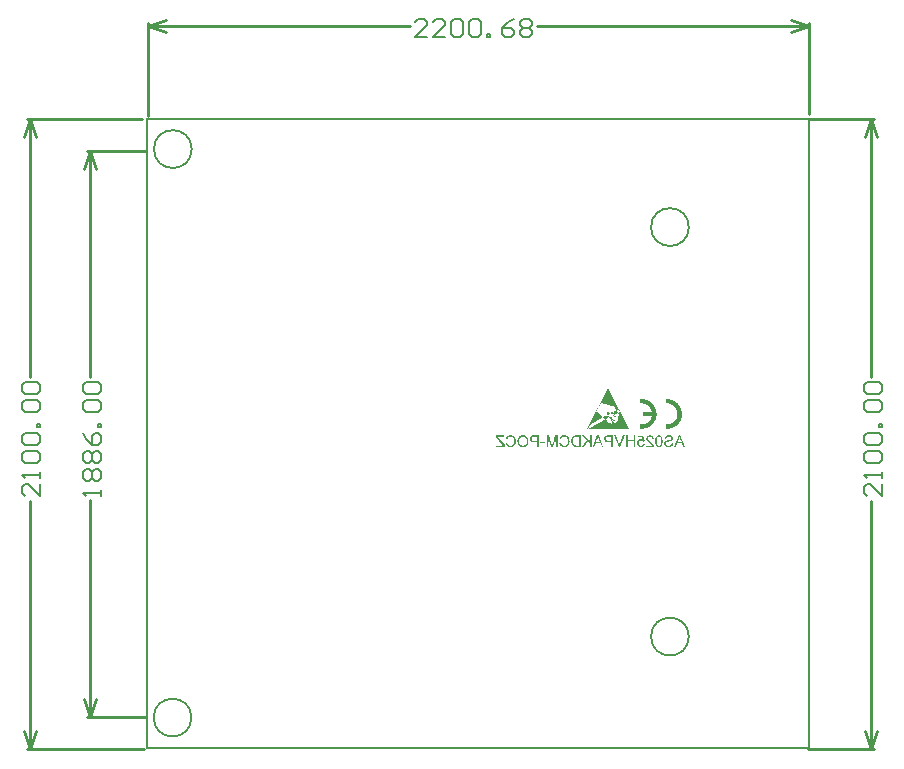
<source format=gbo>
G04*
G04 #@! TF.GenerationSoftware,Altium Limited,Altium Designer,21.9.2 (33)*
G04*
G04 Layer_Color=32896*
%FSLAX44Y44*%
%MOMM*%
G71*
G04*
G04 #@! TF.SameCoordinates,E2BC6D59-9887-43D7-9D5B-FB48D232BC44*
G04*
G04*
G04 #@! TF.FilePolarity,Positive*
G04*
G01*
G75*
%ADD15C,0.2540*%
%ADD18C,0.1524*%
%ADD19C,0.1270*%
G36*
X385064Y-236665D02*
X349885D01*
X367379Y-202089D01*
X385064Y-236665D01*
D02*
G37*
G36*
X403261Y-242036D02*
X403504Y-242057D01*
X403726Y-242088D01*
X403938Y-242141D01*
X404138Y-242194D01*
X404318Y-242257D01*
X404487Y-242321D01*
X404635Y-242384D01*
X404772Y-242458D01*
X404889Y-242522D01*
X404994Y-242585D01*
X405079Y-242638D01*
X405142Y-242691D01*
X405185Y-242722D01*
X405216Y-242743D01*
X405227Y-242754D01*
X405375Y-242892D01*
X405501Y-243050D01*
X405618Y-243209D01*
X405723Y-243388D01*
X405808Y-243557D01*
X405892Y-243726D01*
X405956Y-243906D01*
X406009Y-244064D01*
X406062Y-244223D01*
X406093Y-244371D01*
X406125Y-244508D01*
X406146Y-244624D01*
X406157Y-244719D01*
X406167Y-244783D01*
X406178Y-244825D01*
Y-244846D01*
X404952Y-244973D01*
X404941Y-244804D01*
X404931Y-244646D01*
X404868Y-244371D01*
X404783Y-244117D01*
X404741Y-244011D01*
X404688Y-243916D01*
X404646Y-243832D01*
X404593Y-243758D01*
X404551Y-243694D01*
X404519Y-243642D01*
X404477Y-243599D01*
X404455Y-243568D01*
X404445Y-243557D01*
X404434Y-243547D01*
X404329Y-243451D01*
X404223Y-243367D01*
X404107Y-243304D01*
X403991Y-243240D01*
X403758Y-243145D01*
X403536Y-243082D01*
X403346Y-243050D01*
X403261Y-243029D01*
X403187D01*
X403124Y-243018D01*
X402892D01*
X402744Y-243039D01*
X402480Y-243092D01*
X402258Y-243177D01*
X402057Y-243261D01*
X401909Y-243356D01*
X401846Y-243399D01*
X401793Y-243441D01*
X401750Y-243473D01*
X401719Y-243494D01*
X401708Y-243504D01*
X401698Y-243515D01*
X401602Y-243610D01*
X401529Y-243705D01*
X401455Y-243800D01*
X401402Y-243906D01*
X401307Y-244107D01*
X401243Y-244297D01*
X401212Y-244455D01*
X401190Y-244529D01*
Y-244593D01*
X401180Y-244635D01*
Y-244677D01*
Y-244698D01*
Y-244709D01*
X401190Y-244836D01*
X401201Y-244963D01*
X401264Y-245216D01*
X401359Y-245459D01*
X401465Y-245681D01*
X401571Y-245871D01*
X401613Y-245945D01*
X401666Y-246019D01*
X401698Y-246072D01*
X401729Y-246114D01*
X401740Y-246135D01*
X401750Y-246146D01*
X401867Y-246294D01*
X402004Y-246452D01*
X402163Y-246621D01*
X402332Y-246791D01*
X402680Y-247139D01*
X403040Y-247467D01*
X403209Y-247625D01*
X403378Y-247763D01*
X403526Y-247889D01*
X403652Y-247995D01*
X403758Y-248090D01*
X403832Y-248153D01*
X403885Y-248206D01*
X403906Y-248217D01*
X404096Y-248375D01*
X404265Y-248523D01*
X404434Y-248661D01*
X404582Y-248798D01*
X404730Y-248925D01*
X404857Y-249052D01*
X404973Y-249157D01*
X405079Y-249263D01*
X405174Y-249358D01*
X405248Y-249443D01*
X405322Y-249517D01*
X405375Y-249569D01*
X405428Y-249622D01*
X405459Y-249654D01*
X405470Y-249675D01*
X405480Y-249686D01*
X405671Y-249918D01*
X405829Y-250151D01*
X405966Y-250373D01*
X406072Y-250573D01*
X406157Y-250742D01*
X406188Y-250816D01*
X406220Y-250869D01*
X406241Y-250922D01*
X406252Y-250954D01*
X406262Y-250975D01*
Y-250985D01*
X406315Y-251133D01*
X406347Y-251281D01*
X406379Y-251418D01*
X406389Y-251545D01*
X406400Y-251651D01*
Y-251735D01*
Y-251788D01*
Y-251810D01*
X399944D01*
Y-250658D01*
X404751D01*
X404582Y-250425D01*
X404498Y-250320D01*
X404413Y-250224D01*
X404339Y-250140D01*
X404286Y-250077D01*
X404244Y-250034D01*
X404234Y-250024D01*
X404170Y-249960D01*
X404086Y-249876D01*
X403991Y-249791D01*
X403885Y-249696D01*
X403663Y-249485D01*
X403430Y-249284D01*
X403209Y-249094D01*
X403113Y-249009D01*
X403018Y-248935D01*
X402955Y-248872D01*
X402892Y-248830D01*
X402860Y-248798D01*
X402849Y-248787D01*
X402617Y-248587D01*
X402395Y-248397D01*
X402194Y-248228D01*
X402015Y-248058D01*
X401846Y-247910D01*
X401698Y-247763D01*
X401560Y-247636D01*
X401433Y-247519D01*
X401328Y-247424D01*
X401243Y-247329D01*
X401169Y-247255D01*
X401106Y-247192D01*
X401064Y-247139D01*
X401021Y-247108D01*
X401011Y-247086D01*
X401000Y-247076D01*
X400799Y-246843D01*
X400641Y-246632D01*
X400504Y-246431D01*
X400387Y-246252D01*
X400303Y-246104D01*
X400239Y-245987D01*
X400218Y-245945D01*
X400208Y-245914D01*
X400197Y-245903D01*
Y-245892D01*
X400113Y-245681D01*
X400060Y-245470D01*
X400018Y-245280D01*
X399986Y-245100D01*
X399965Y-244952D01*
X399954Y-244836D01*
Y-244793D01*
Y-244762D01*
Y-244751D01*
Y-244741D01*
X399965Y-244529D01*
X399986Y-244328D01*
X400028Y-244138D01*
X400081Y-243948D01*
X400144Y-243779D01*
X400218Y-243620D01*
X400292Y-243473D01*
X400366Y-243346D01*
X400440Y-243219D01*
X400514Y-243113D01*
X400588Y-243018D01*
X400652Y-242944D01*
X400704Y-242892D01*
X400747Y-242839D01*
X400768Y-242817D01*
X400778Y-242807D01*
X400937Y-242670D01*
X401106Y-242553D01*
X401286Y-242448D01*
X401476Y-242353D01*
X401655Y-242279D01*
X401846Y-242215D01*
X402025Y-242162D01*
X402205Y-242120D01*
X402363Y-242088D01*
X402522Y-242067D01*
X402659Y-242046D01*
X402775Y-242036D01*
X402870Y-242025D01*
X403008D01*
X403261Y-242036D01*
D02*
G37*
G36*
X398443Y-247192D02*
X397323Y-247351D01*
X397217Y-247203D01*
X397101Y-247065D01*
X396974Y-246949D01*
X396869Y-246843D01*
X396763Y-246769D01*
X396679Y-246706D01*
X396626Y-246674D01*
X396604Y-246664D01*
X396425Y-246569D01*
X396245Y-246505D01*
X396066Y-246452D01*
X395897Y-246421D01*
X395759Y-246399D01*
X395643Y-246389D01*
X395548D01*
X395379Y-246399D01*
X395220Y-246410D01*
X395062Y-246442D01*
X394925Y-246484D01*
X394660Y-246579D01*
X394555Y-246632D01*
X394449Y-246685D01*
X394354Y-246748D01*
X394280Y-246801D01*
X394206Y-246854D01*
X394153Y-246896D01*
X394111Y-246938D01*
X394069Y-246970D01*
X394058Y-246981D01*
X394048Y-246991D01*
X393942Y-247108D01*
X393857Y-247234D01*
X393773Y-247361D01*
X393709Y-247488D01*
X393604Y-247763D01*
X393540Y-248016D01*
X393519Y-248143D01*
X393498Y-248249D01*
X393488Y-248354D01*
X393477Y-248439D01*
X393466Y-248513D01*
Y-248566D01*
Y-248597D01*
Y-248608D01*
X393477Y-248809D01*
X393488Y-248988D01*
X393519Y-249168D01*
X393561Y-249337D01*
X393604Y-249485D01*
X393657Y-249633D01*
X393709Y-249760D01*
X393762Y-249876D01*
X393826Y-249981D01*
X393878Y-250077D01*
X393931Y-250151D01*
X393974Y-250224D01*
X394016Y-250277D01*
X394048Y-250309D01*
X394058Y-250330D01*
X394069Y-250341D01*
X394185Y-250457D01*
X394301Y-250552D01*
X394417Y-250637D01*
X394544Y-250711D01*
X394671Y-250774D01*
X394787Y-250827D01*
X395020Y-250901D01*
X395220Y-250954D01*
X395305Y-250964D01*
X395379Y-250975D01*
X395442Y-250985D01*
X395527D01*
X395664Y-250975D01*
X395791Y-250964D01*
X396023Y-250911D01*
X396235Y-250837D01*
X396414Y-250753D01*
X396562Y-250679D01*
X396668Y-250605D01*
X396710Y-250573D01*
X396742Y-250552D01*
X396753Y-250531D01*
X396763D01*
X396848Y-250436D01*
X396932Y-250341D01*
X397070Y-250129D01*
X397186Y-249897D01*
X397270Y-249675D01*
X397323Y-249474D01*
X397355Y-249379D01*
X397365Y-249305D01*
X397376Y-249242D01*
X397387Y-249200D01*
X397397Y-249168D01*
Y-249157D01*
X398654Y-249252D01*
X398623Y-249474D01*
X398581Y-249696D01*
X398528Y-249897D01*
X398454Y-250087D01*
X398380Y-250256D01*
X398306Y-250425D01*
X398221Y-250573D01*
X398137Y-250700D01*
X398052Y-250827D01*
X397978Y-250933D01*
X397904Y-251017D01*
X397830Y-251091D01*
X397777Y-251154D01*
X397735Y-251197D01*
X397714Y-251218D01*
X397703Y-251228D01*
X397534Y-251355D01*
X397365Y-251471D01*
X397186Y-251567D01*
X397006Y-251651D01*
X396826Y-251725D01*
X396647Y-251788D01*
X396467Y-251841D01*
X396298Y-251873D01*
X396140Y-251905D01*
X395992Y-251926D01*
X395865Y-251947D01*
X395749Y-251957D01*
X395654Y-251968D01*
X395527D01*
X395231Y-251957D01*
X394956Y-251915D01*
X394692Y-251862D01*
X394449Y-251778D01*
X394216Y-251693D01*
X394005Y-251598D01*
X393815Y-251482D01*
X393646Y-251376D01*
X393488Y-251271D01*
X393350Y-251154D01*
X393234Y-251059D01*
X393139Y-250964D01*
X393065Y-250890D01*
X393012Y-250837D01*
X392980Y-250795D01*
X392970Y-250785D01*
X392832Y-250605D01*
X392716Y-250415D01*
X392610Y-250214D01*
X392526Y-250024D01*
X392452Y-249834D01*
X392388Y-249643D01*
X392336Y-249453D01*
X392293Y-249284D01*
X392262Y-249115D01*
X392241Y-248967D01*
X392220Y-248840D01*
X392209Y-248724D01*
X392198Y-248629D01*
Y-248566D01*
Y-248513D01*
Y-248502D01*
X392209Y-248249D01*
X392241Y-248006D01*
X392283Y-247773D01*
X392336Y-247562D01*
X392399Y-247351D01*
X392484Y-247171D01*
X392558Y-246991D01*
X392642Y-246833D01*
X392727Y-246695D01*
X392801Y-246579D01*
X392875Y-246463D01*
X392949Y-246378D01*
X393001Y-246315D01*
X393044Y-246262D01*
X393075Y-246230D01*
X393086Y-246220D01*
X393255Y-246061D01*
X393435Y-245924D01*
X393614Y-245808D01*
X393794Y-245702D01*
X393974Y-245618D01*
X394153Y-245544D01*
X394322Y-245491D01*
X394491Y-245438D01*
X394639Y-245406D01*
X394787Y-245375D01*
X394914Y-245364D01*
X395020Y-245343D01*
X395104D01*
X395178Y-245332D01*
X395231D01*
X395410Y-245343D01*
X395590Y-245353D01*
X395759Y-245385D01*
X395928Y-245427D01*
X396235Y-245522D01*
X396383Y-245586D01*
X396509Y-245639D01*
X396636Y-245692D01*
X396742Y-245755D01*
X396837Y-245808D01*
X396922Y-245850D01*
X396985Y-245892D01*
X397027Y-245914D01*
X397059Y-245935D01*
X397070Y-245945D01*
X396552Y-243325D01*
X392653D01*
Y-242183D01*
X397503D01*
X398443Y-247192D01*
D02*
G37*
G36*
X390550Y-251810D02*
X389261D01*
Y-247213D01*
X384200D01*
Y-251810D01*
X382910D01*
Y-242057D01*
X384200D01*
Y-246061D01*
X389261D01*
Y-242057D01*
X390550D01*
Y-251810D01*
D02*
G37*
G36*
X353557D02*
X352268D01*
Y-248428D01*
X350672Y-246886D01*
X347207Y-251810D01*
X345495D01*
X349764Y-246009D01*
X345675Y-242057D01*
X347429D01*
X352268Y-246886D01*
Y-242057D01*
X353557D01*
Y-251810D01*
D02*
G37*
G36*
X314018Y-248883D02*
X310330D01*
Y-247678D01*
X314018D01*
Y-248883D01*
D02*
G37*
G36*
X324785Y-251810D02*
X323538D01*
Y-243504D01*
X320727Y-251810D01*
X319565D01*
X316712Y-243642D01*
Y-251810D01*
X315465D01*
Y-242057D01*
X317209D01*
X319554Y-248840D01*
X319618Y-249030D01*
X319681Y-249200D01*
X319734Y-249369D01*
X319787Y-249517D01*
X319829Y-249664D01*
X319871Y-249791D01*
X319914Y-249908D01*
X319945Y-250013D01*
X319977Y-250098D01*
X319998Y-250182D01*
X320019Y-250246D01*
X320040Y-250309D01*
X320051Y-250351D01*
X320061Y-250383D01*
X320072Y-250394D01*
Y-250404D01*
X320104Y-250309D01*
X320135Y-250203D01*
X320210Y-249981D01*
X320283Y-249739D01*
X320357Y-249506D01*
X320431Y-249295D01*
X320463Y-249200D01*
X320484Y-249126D01*
X320505Y-249062D01*
X320527Y-249009D01*
X320537Y-248978D01*
Y-248967D01*
X322851Y-242057D01*
X324785D01*
Y-251810D01*
D02*
G37*
G36*
X377976D02*
X376645D01*
X372841Y-242057D01*
X374151D01*
X376782Y-249147D01*
X376888Y-249443D01*
X376993Y-249728D01*
X377088Y-250003D01*
X377162Y-250246D01*
X377194Y-250351D01*
X377226Y-250446D01*
X377247Y-250531D01*
X377268Y-250605D01*
X377289Y-250658D01*
X377300Y-250711D01*
X377310Y-250732D01*
Y-250742D01*
X377395Y-250457D01*
X377479Y-250172D01*
X377564Y-249908D01*
X377638Y-249664D01*
X377680Y-249548D01*
X377712Y-249453D01*
X377743Y-249369D01*
X377765Y-249295D01*
X377786Y-249231D01*
X377807Y-249189D01*
X377817Y-249157D01*
Y-249147D01*
X380353Y-242057D01*
X381759D01*
X377976Y-251810D01*
D02*
G37*
G36*
X330596Y-241898D02*
X330829Y-241909D01*
X331262Y-241983D01*
X331473Y-242025D01*
X331663Y-242078D01*
X331854Y-242131D01*
X332023Y-242183D01*
X332171Y-242236D01*
X332308Y-242289D01*
X332435Y-242342D01*
X332530Y-242384D01*
X332614Y-242426D01*
X332667Y-242458D01*
X332710Y-242469D01*
X332720Y-242479D01*
X332910Y-242596D01*
X333101Y-242722D01*
X333270Y-242860D01*
X333428Y-242997D01*
X333576Y-243145D01*
X333713Y-243282D01*
X333830Y-243430D01*
X333946Y-243557D01*
X334041Y-243694D01*
X334125Y-243811D01*
X334199Y-243916D01*
X334263Y-244011D01*
X334305Y-244096D01*
X334337Y-244149D01*
X334358Y-244191D01*
X334368Y-244202D01*
X334474Y-244413D01*
X334559Y-244646D01*
X334633Y-244867D01*
X334707Y-245089D01*
X334812Y-245544D01*
X334844Y-245755D01*
X334876Y-245956D01*
X334897Y-246146D01*
X334918Y-246315D01*
X334929Y-246474D01*
X334939Y-246611D01*
X334950Y-246716D01*
Y-246801D01*
Y-246843D01*
Y-246864D01*
X334939Y-247118D01*
X334929Y-247372D01*
X334865Y-247858D01*
X334833Y-248090D01*
X334791Y-248302D01*
X334738Y-248502D01*
X334696Y-248692D01*
X334643Y-248862D01*
X334601Y-249020D01*
X334559Y-249147D01*
X334516Y-249263D01*
X334485Y-249347D01*
X334464Y-249422D01*
X334453Y-249464D01*
X334442Y-249474D01*
X334337Y-249696D01*
X334231Y-249908D01*
X334115Y-250098D01*
X333988Y-250277D01*
X333861Y-250446D01*
X333745Y-250594D01*
X333618Y-250732D01*
X333502Y-250858D01*
X333386Y-250975D01*
X333280Y-251070D01*
X333185Y-251144D01*
X333101Y-251218D01*
X333037Y-251271D01*
X332984Y-251302D01*
X332952Y-251323D01*
X332942Y-251334D01*
X332752Y-251450D01*
X332551Y-251545D01*
X332340Y-251630D01*
X332118Y-251704D01*
X331907Y-251757D01*
X331695Y-251810D01*
X331484Y-251852D01*
X331283Y-251884D01*
X331093Y-251915D01*
X330924Y-251936D01*
X330765Y-251947D01*
X330639Y-251957D01*
X330522Y-251968D01*
X330374D01*
X330089Y-251957D01*
X329825Y-251936D01*
X329571Y-251894D01*
X329328Y-251841D01*
X329096Y-251778D01*
X328885Y-251704D01*
X328694Y-251630D01*
X328515Y-251556D01*
X328346Y-251482D01*
X328208Y-251408D01*
X328081Y-251334D01*
X327986Y-251271D01*
X327902Y-251218D01*
X327849Y-251175D01*
X327807Y-251154D01*
X327796Y-251144D01*
X327606Y-250975D01*
X327426Y-250795D01*
X327268Y-250605D01*
X327120Y-250415D01*
X326982Y-250214D01*
X326866Y-250003D01*
X326761Y-249813D01*
X326665Y-249612D01*
X326581Y-249432D01*
X326518Y-249263D01*
X326454Y-249104D01*
X326412Y-248978D01*
X326370Y-248862D01*
X326348Y-248787D01*
X326327Y-248735D01*
Y-248713D01*
X327617Y-248386D01*
X327669Y-248608D01*
X327743Y-248819D01*
X327817Y-249020D01*
X327891Y-249200D01*
X327976Y-249369D01*
X328060Y-249517D01*
X328145Y-249654D01*
X328229Y-249781D01*
X328314Y-249886D01*
X328388Y-249981D01*
X328462Y-250066D01*
X328515Y-250129D01*
X328568Y-250182D01*
X328610Y-250214D01*
X328631Y-250235D01*
X328642Y-250246D01*
X328789Y-250351D01*
X328937Y-250446D01*
X329085Y-250531D01*
X329244Y-250605D01*
X329402Y-250668D01*
X329550Y-250721D01*
X329846Y-250795D01*
X329973Y-250816D01*
X330100Y-250837D01*
X330205Y-250848D01*
X330300Y-250858D01*
X330374Y-250869D01*
X330480D01*
X330649Y-250858D01*
X330808Y-250848D01*
X331114Y-250795D01*
X331399Y-250721D01*
X331642Y-250637D01*
X331748Y-250594D01*
X331843Y-250563D01*
X331928Y-250520D01*
X332002Y-250489D01*
X332065Y-250457D01*
X332107Y-250436D01*
X332128Y-250415D01*
X332139D01*
X332276Y-250320D01*
X332403Y-250224D01*
X332636Y-250003D01*
X332826Y-249781D01*
X332984Y-249548D01*
X333101Y-249347D01*
X333153Y-249263D01*
X333196Y-249179D01*
X333217Y-249115D01*
X333238Y-249073D01*
X333259Y-249041D01*
Y-249030D01*
X333375Y-248671D01*
X333470Y-248302D01*
X333534Y-247932D01*
X333555Y-247763D01*
X333576Y-247593D01*
X333587Y-247435D01*
X333597Y-247298D01*
X333608Y-247171D01*
Y-247065D01*
X333618Y-246970D01*
Y-246907D01*
Y-246864D01*
Y-246854D01*
X333608Y-246495D01*
X333576Y-246157D01*
X333523Y-245840D01*
X333502Y-245692D01*
X333470Y-245554D01*
X333439Y-245438D01*
X333418Y-245322D01*
X333386Y-245227D01*
X333365Y-245142D01*
X333354Y-245079D01*
X333333Y-245026D01*
X333322Y-244994D01*
Y-244984D01*
X333185Y-244656D01*
X333027Y-244371D01*
X332857Y-244128D01*
X332762Y-244022D01*
X332678Y-243916D01*
X332593Y-243832D01*
X332519Y-243758D01*
X332445Y-243684D01*
X332393Y-243631D01*
X332340Y-243589D01*
X332297Y-243557D01*
X332276Y-243547D01*
X332266Y-243536D01*
X332118Y-243441D01*
X331970Y-243356D01*
X331811Y-243282D01*
X331653Y-243219D01*
X331336Y-243124D01*
X331030Y-243050D01*
X330903Y-243029D01*
X330776Y-243018D01*
X330660Y-243008D01*
X330564Y-242997D01*
X330480Y-242987D01*
X330195D01*
X330026Y-243008D01*
X329709Y-243060D01*
X329434Y-243145D01*
X329318Y-243187D01*
X329202Y-243230D01*
X329096Y-243272D01*
X329011Y-243314D01*
X328937Y-243356D01*
X328874Y-243399D01*
X328821Y-243430D01*
X328789Y-243451D01*
X328768Y-243462D01*
X328758Y-243473D01*
X328642Y-243568D01*
X328525Y-243673D01*
X328335Y-243916D01*
X328155Y-244181D01*
X328018Y-244434D01*
X327912Y-244667D01*
X327859Y-244762D01*
X327828Y-244846D01*
X327796Y-244920D01*
X327786Y-244984D01*
X327764Y-245015D01*
Y-245026D01*
X326497Y-244730D01*
X326581Y-244487D01*
X326676Y-244254D01*
X326771Y-244033D01*
X326887Y-243832D01*
X326993Y-243642D01*
X327109Y-243473D01*
X327226Y-243314D01*
X327342Y-243177D01*
X327458Y-243050D01*
X327553Y-242944D01*
X327648Y-242849D01*
X327733Y-242775D01*
X327796Y-242712D01*
X327849Y-242670D01*
X327881Y-242648D01*
X327891Y-242638D01*
X328081Y-242500D01*
X328282Y-242395D01*
X328483Y-242289D01*
X328694Y-242205D01*
X328906Y-242131D01*
X329106Y-242067D01*
X329307Y-242025D01*
X329497Y-241983D01*
X329677Y-241951D01*
X329836Y-241930D01*
X329983Y-241909D01*
X330110Y-241898D01*
X330216Y-241888D01*
X330353D01*
X330596Y-241898D01*
D02*
G37*
G36*
X285192D02*
X285425Y-241909D01*
X285858Y-241983D01*
X286069Y-242025D01*
X286260Y-242078D01*
X286450Y-242131D01*
X286619Y-242183D01*
X286767Y-242236D01*
X286904Y-242289D01*
X287031Y-242342D01*
X287126Y-242384D01*
X287211Y-242426D01*
X287263Y-242458D01*
X287306Y-242469D01*
X287316Y-242479D01*
X287507Y-242596D01*
X287697Y-242722D01*
X287866Y-242860D01*
X288024Y-242997D01*
X288172Y-243145D01*
X288309Y-243282D01*
X288426Y-243430D01*
X288542Y-243557D01*
X288637Y-243694D01*
X288722Y-243811D01*
X288796Y-243916D01*
X288859Y-244011D01*
X288901Y-244096D01*
X288933Y-244149D01*
X288954Y-244191D01*
X288965Y-244202D01*
X289070Y-244413D01*
X289155Y-244646D01*
X289229Y-244867D01*
X289303Y-245089D01*
X289408Y-245544D01*
X289440Y-245755D01*
X289472Y-245956D01*
X289493Y-246146D01*
X289514Y-246315D01*
X289525Y-246474D01*
X289535Y-246611D01*
X289546Y-246716D01*
Y-246801D01*
Y-246843D01*
Y-246864D01*
X289535Y-247118D01*
X289525Y-247372D01*
X289461Y-247858D01*
X289429Y-248090D01*
X289387Y-248302D01*
X289334Y-248502D01*
X289292Y-248692D01*
X289239Y-248862D01*
X289197Y-249020D01*
X289155Y-249147D01*
X289113Y-249263D01*
X289081Y-249347D01*
X289060Y-249422D01*
X289049Y-249464D01*
X289039Y-249474D01*
X288933Y-249696D01*
X288827Y-249908D01*
X288711Y-250098D01*
X288584Y-250277D01*
X288457Y-250446D01*
X288341Y-250594D01*
X288214Y-250732D01*
X288098Y-250858D01*
X287982Y-250975D01*
X287876Y-251070D01*
X287781Y-251144D01*
X287697Y-251218D01*
X287633Y-251271D01*
X287580Y-251302D01*
X287549Y-251323D01*
X287538Y-251334D01*
X287348Y-251450D01*
X287147Y-251545D01*
X286936Y-251630D01*
X286714Y-251704D01*
X286503Y-251757D01*
X286291Y-251810D01*
X286080Y-251852D01*
X285879Y-251884D01*
X285689Y-251915D01*
X285520Y-251936D01*
X285361Y-251947D01*
X285235Y-251957D01*
X285119Y-251968D01*
X284970D01*
X284685Y-251957D01*
X284421Y-251936D01*
X284167Y-251894D01*
X283925Y-251841D01*
X283692Y-251778D01*
X283481Y-251704D01*
X283291Y-251630D01*
X283111Y-251556D01*
X282942Y-251482D01*
X282804Y-251408D01*
X282678Y-251334D01*
X282582Y-251271D01*
X282498Y-251218D01*
X282445Y-251175D01*
X282403Y-251154D01*
X282392Y-251144D01*
X282202Y-250975D01*
X282022Y-250795D01*
X281864Y-250605D01*
X281716Y-250415D01*
X281579Y-250214D01*
X281462Y-250003D01*
X281357Y-249813D01*
X281262Y-249612D01*
X281177Y-249432D01*
X281114Y-249263D01*
X281050Y-249104D01*
X281008Y-248978D01*
X280966Y-248862D01*
X280945Y-248787D01*
X280924Y-248735D01*
Y-248713D01*
X282213Y-248386D01*
X282265Y-248608D01*
X282339Y-248819D01*
X282414Y-249020D01*
X282487Y-249200D01*
X282572Y-249369D01*
X282656Y-249517D01*
X282741Y-249654D01*
X282826Y-249781D01*
X282910Y-249886D01*
X282984Y-249981D01*
X283058Y-250066D01*
X283111Y-250129D01*
X283164Y-250182D01*
X283206Y-250214D01*
X283227Y-250235D01*
X283238Y-250246D01*
X283386Y-250351D01*
X283533Y-250446D01*
X283681Y-250531D01*
X283840Y-250605D01*
X283998Y-250668D01*
X284146Y-250721D01*
X284442Y-250795D01*
X284569Y-250816D01*
X284696Y-250837D01*
X284802Y-250848D01*
X284897Y-250858D01*
X284970Y-250869D01*
X285076D01*
X285245Y-250858D01*
X285404Y-250848D01*
X285710Y-250795D01*
X285996Y-250721D01*
X286238Y-250637D01*
X286344Y-250594D01*
X286439Y-250563D01*
X286524Y-250520D01*
X286598Y-250489D01*
X286661Y-250457D01*
X286703Y-250436D01*
X286724Y-250415D01*
X286735D01*
X286873Y-250320D01*
X286999Y-250224D01*
X287232Y-250003D01*
X287422Y-249781D01*
X287580Y-249548D01*
X287697Y-249347D01*
X287750Y-249263D01*
X287792Y-249179D01*
X287813Y-249115D01*
X287834Y-249073D01*
X287855Y-249041D01*
Y-249030D01*
X287971Y-248671D01*
X288067Y-248302D01*
X288130Y-247932D01*
X288151Y-247763D01*
X288172Y-247593D01*
X288183Y-247435D01*
X288193Y-247298D01*
X288204Y-247171D01*
Y-247065D01*
X288214Y-246970D01*
Y-246907D01*
Y-246864D01*
Y-246854D01*
X288204Y-246495D01*
X288172Y-246157D01*
X288119Y-245840D01*
X288098Y-245692D01*
X288067Y-245554D01*
X288035Y-245438D01*
X288014Y-245322D01*
X287982Y-245227D01*
X287961Y-245142D01*
X287950Y-245079D01*
X287929Y-245026D01*
X287919Y-244994D01*
Y-244984D01*
X287781Y-244656D01*
X287623Y-244371D01*
X287454Y-244128D01*
X287358Y-244022D01*
X287274Y-243916D01*
X287190Y-243832D01*
X287115Y-243758D01*
X287041Y-243684D01*
X286989Y-243631D01*
X286936Y-243589D01*
X286894Y-243557D01*
X286873Y-243547D01*
X286862Y-243536D01*
X286714Y-243441D01*
X286566Y-243356D01*
X286408Y-243282D01*
X286249Y-243219D01*
X285932Y-243124D01*
X285626Y-243050D01*
X285499Y-243029D01*
X285372Y-243018D01*
X285256Y-243008D01*
X285161Y-242997D01*
X285076Y-242987D01*
X284791D01*
X284622Y-243008D01*
X284305Y-243060D01*
X284030Y-243145D01*
X283914Y-243187D01*
X283798Y-243230D01*
X283692Y-243272D01*
X283608Y-243314D01*
X283533Y-243356D01*
X283470Y-243399D01*
X283417Y-243430D01*
X283386Y-243451D01*
X283364Y-243462D01*
X283354Y-243473D01*
X283238Y-243568D01*
X283121Y-243673D01*
X282931Y-243916D01*
X282752Y-244181D01*
X282614Y-244434D01*
X282509Y-244667D01*
X282456Y-244762D01*
X282424Y-244846D01*
X282392Y-244920D01*
X282382Y-244984D01*
X282361Y-245015D01*
Y-245026D01*
X281093Y-244730D01*
X281177Y-244487D01*
X281272Y-244254D01*
X281367Y-244033D01*
X281484Y-243832D01*
X281589Y-243642D01*
X281705Y-243473D01*
X281822Y-243314D01*
X281938Y-243177D01*
X282054Y-243050D01*
X282149Y-242944D01*
X282244Y-242849D01*
X282329Y-242775D01*
X282392Y-242712D01*
X282445Y-242670D01*
X282477Y-242648D01*
X282487Y-242638D01*
X282678Y-242500D01*
X282878Y-242395D01*
X283079Y-242289D01*
X283291Y-242205D01*
X283502Y-242131D01*
X283703Y-242067D01*
X283903Y-242025D01*
X284093Y-241983D01*
X284273Y-241951D01*
X284432Y-241930D01*
X284580Y-241909D01*
X284706Y-241898D01*
X284812Y-241888D01*
X284949D01*
X285192Y-241898D01*
D02*
G37*
G36*
X432562Y-251810D02*
X431199D01*
X430142Y-248862D01*
X426043D01*
X424912Y-251810D01*
X423443D01*
X427437Y-242057D01*
X428832D01*
X432562Y-251810D01*
D02*
G37*
G36*
X371678D02*
X370389D01*
Y-247847D01*
X367896D01*
X367515Y-247836D01*
X367177Y-247805D01*
X366860Y-247763D01*
X366564Y-247710D01*
X366311Y-247646D01*
X366068Y-247572D01*
X365867Y-247498D01*
X365677Y-247414D01*
X365518Y-247340D01*
X365381Y-247266D01*
X365265Y-247192D01*
X365180Y-247129D01*
X365106Y-247065D01*
X365064Y-247023D01*
X365032Y-247002D01*
X365022Y-246991D01*
X364884Y-246822D01*
X364757Y-246653D01*
X364652Y-246474D01*
X364567Y-246294D01*
X364483Y-246114D01*
X364419Y-245945D01*
X364366Y-245776D01*
X364324Y-245618D01*
X364292Y-245459D01*
X364271Y-245322D01*
X364250Y-245205D01*
X364240Y-245100D01*
X364229Y-245005D01*
Y-244941D01*
Y-244899D01*
Y-244888D01*
X364240Y-244624D01*
X364271Y-244371D01*
X364324Y-244149D01*
X364377Y-243948D01*
X364440Y-243790D01*
X364462Y-243716D01*
X364483Y-243663D01*
X364504Y-243620D01*
X364525Y-243589D01*
X364535Y-243568D01*
Y-243557D01*
X364652Y-243335D01*
X364779Y-243156D01*
X364916Y-242987D01*
X365032Y-242860D01*
X365148Y-242754D01*
X365233Y-242680D01*
X365296Y-242627D01*
X365307Y-242617D01*
X365317D01*
X365508Y-242500D01*
X365708Y-242405D01*
X365909Y-242321D01*
X366099Y-242257D01*
X366268Y-242205D01*
X366342Y-242194D01*
X366406Y-242173D01*
X366448Y-242162D01*
X366490D01*
X366511Y-242152D01*
X366522D01*
X366617Y-242131D01*
X366733Y-242120D01*
X366966Y-242099D01*
X367209Y-242078D01*
X367452Y-242067D01*
X367663Y-242057D01*
X371678D01*
Y-251810D01*
D02*
G37*
G36*
X363648D02*
X362285D01*
X361228Y-248862D01*
X357128D01*
X355998Y-251810D01*
X354529D01*
X358523Y-242057D01*
X359918D01*
X363648Y-251810D01*
D02*
G37*
G36*
X344417D02*
X340899D01*
X340582Y-251799D01*
X340286Y-251788D01*
X340022Y-251757D01*
X339789Y-251725D01*
X339694Y-251714D01*
X339609Y-251704D01*
X339525Y-251683D01*
X339461Y-251672D01*
X339409Y-251662D01*
X339377D01*
X339356Y-251651D01*
X339345D01*
X339102Y-251577D01*
X338870Y-251503D01*
X338669Y-251418D01*
X338500Y-251345D01*
X338363Y-251271D01*
X338257Y-251218D01*
X338194Y-251175D01*
X338183Y-251165D01*
X338172D01*
X337993Y-251028D01*
X337824Y-250890D01*
X337676Y-250742D01*
X337549Y-250594D01*
X337433Y-250468D01*
X337359Y-250373D01*
X337327Y-250330D01*
X337306Y-250299D01*
X337285Y-250288D01*
Y-250277D01*
X337137Y-250056D01*
X337010Y-249823D01*
X336894Y-249580D01*
X336799Y-249358D01*
X336725Y-249157D01*
X336693Y-249073D01*
X336661Y-248999D01*
X336651Y-248946D01*
X336630Y-248904D01*
X336619Y-248872D01*
Y-248862D01*
X336535Y-248523D01*
X336471Y-248185D01*
X336418Y-247858D01*
X336387Y-247551D01*
X336376Y-247414D01*
X336366Y-247287D01*
Y-247171D01*
X336355Y-247076D01*
Y-246991D01*
Y-246938D01*
Y-246896D01*
Y-246886D01*
X336376Y-246410D01*
X336387Y-246188D01*
X336418Y-245977D01*
X336450Y-245776D01*
X336482Y-245586D01*
X336513Y-245406D01*
X336545Y-245237D01*
X336587Y-245089D01*
X336619Y-244963D01*
X336651Y-244846D01*
X336683Y-244751D01*
X336714Y-244677D01*
X336725Y-244614D01*
X336746Y-244582D01*
Y-244571D01*
X336904Y-244212D01*
X337084Y-243885D01*
X337179Y-243737D01*
X337274Y-243599D01*
X337369Y-243473D01*
X337464Y-243356D01*
X337549Y-243251D01*
X337634Y-243166D01*
X337707Y-243082D01*
X337771Y-243018D01*
X337824Y-242965D01*
X337866Y-242934D01*
X337887Y-242913D01*
X337898Y-242902D01*
X338130Y-242722D01*
X338373Y-242575D01*
X338606Y-242458D01*
X338828Y-242363D01*
X339028Y-242289D01*
X339113Y-242268D01*
X339187Y-242247D01*
X339240Y-242226D01*
X339282Y-242215D01*
X339314Y-242205D01*
X339324D01*
X339440Y-242183D01*
X339567Y-242152D01*
X339852Y-242120D01*
X340138Y-242088D01*
X340423Y-242078D01*
X340550Y-242067D01*
X340677D01*
X340782Y-242057D01*
X344417D01*
Y-251810D01*
D02*
G37*
G36*
X308861D02*
X307572D01*
Y-247847D01*
X305078D01*
X304698Y-247836D01*
X304360Y-247805D01*
X304043Y-247763D01*
X303747Y-247710D01*
X303493Y-247646D01*
X303250Y-247572D01*
X303050Y-247498D01*
X302859Y-247414D01*
X302701Y-247340D01*
X302564Y-247266D01*
X302447Y-247192D01*
X302363Y-247129D01*
X302289Y-247065D01*
X302247Y-247023D01*
X302215Y-247002D01*
X302204Y-246991D01*
X302067Y-246822D01*
X301940Y-246653D01*
X301835Y-246474D01*
X301750Y-246294D01*
X301665Y-246114D01*
X301602Y-245945D01*
X301549Y-245776D01*
X301507Y-245618D01*
X301475Y-245459D01*
X301454Y-245322D01*
X301433Y-245205D01*
X301422Y-245100D01*
X301412Y-245005D01*
Y-244941D01*
Y-244899D01*
Y-244888D01*
X301422Y-244624D01*
X301454Y-244371D01*
X301507Y-244149D01*
X301560Y-243948D01*
X301623Y-243790D01*
X301644Y-243716D01*
X301665Y-243663D01*
X301687Y-243620D01*
X301708Y-243589D01*
X301718Y-243568D01*
Y-243557D01*
X301835Y-243335D01*
X301961Y-243156D01*
X302099Y-242987D01*
X302215Y-242860D01*
X302331Y-242754D01*
X302416Y-242680D01*
X302479Y-242627D01*
X302490Y-242617D01*
X302500D01*
X302690Y-242500D01*
X302891Y-242405D01*
X303092Y-242321D01*
X303282Y-242257D01*
X303451Y-242205D01*
X303525Y-242194D01*
X303589Y-242173D01*
X303631Y-242162D01*
X303673D01*
X303694Y-242152D01*
X303705D01*
X303800Y-242131D01*
X303916Y-242120D01*
X304149Y-242099D01*
X304392Y-242078D01*
X304635Y-242067D01*
X304846Y-242057D01*
X308861D01*
Y-251810D01*
D02*
G37*
G36*
X279550Y-243209D02*
X274108D01*
X274288Y-243399D01*
X274468Y-243599D01*
X274647Y-243800D01*
X274795Y-243980D01*
X274932Y-244138D01*
X274985Y-244212D01*
X275028Y-244265D01*
X275070Y-244318D01*
X275102Y-244350D01*
X275112Y-244371D01*
X275123Y-244381D01*
X280110Y-250616D01*
Y-251810D01*
X272407D01*
Y-250658D01*
X278631D01*
X278050Y-249971D01*
X272566Y-243209D01*
Y-242057D01*
X279550D01*
Y-243209D01*
D02*
G37*
G36*
X419407Y-241898D02*
X419745Y-241940D01*
X420041Y-241993D01*
X420178Y-242025D01*
X420305Y-242057D01*
X420421Y-242088D01*
X420527Y-242120D01*
X420622Y-242152D01*
X420696Y-242173D01*
X420749Y-242194D01*
X420802Y-242215D01*
X420823Y-242226D01*
X420833D01*
X421119Y-242363D01*
X421362Y-242522D01*
X421573Y-242680D01*
X421742Y-242839D01*
X421879Y-242987D01*
X421985Y-243103D01*
X422017Y-243145D01*
X422038Y-243177D01*
X422059Y-243198D01*
Y-243209D01*
X422196Y-243451D01*
X422302Y-243694D01*
X422365Y-243916D01*
X422418Y-244128D01*
X422450Y-244318D01*
X422461Y-244392D01*
Y-244455D01*
X422471Y-244508D01*
Y-244550D01*
Y-244571D01*
Y-244582D01*
X422461Y-244825D01*
X422418Y-245058D01*
X422365Y-245269D01*
X422302Y-245448D01*
X422239Y-245597D01*
X422186Y-245713D01*
X422165Y-245755D01*
X422144Y-245787D01*
X422133Y-245797D01*
Y-245808D01*
X421996Y-245998D01*
X421827Y-246178D01*
X421657Y-246325D01*
X421478Y-246463D01*
X421330Y-246569D01*
X421203Y-246642D01*
X421150Y-246664D01*
X421119Y-246685D01*
X421097Y-246706D01*
X421087D01*
X420981Y-246759D01*
X420854Y-246812D01*
X420717Y-246864D01*
X420569Y-246917D01*
X420263Y-247023D01*
X419946Y-247118D01*
X419798Y-247160D01*
X419671Y-247203D01*
X419544Y-247234D01*
X419428Y-247266D01*
X419343Y-247287D01*
X419269Y-247308D01*
X419227Y-247319D01*
X419217D01*
X418974Y-247372D01*
X418752Y-247435D01*
X418562Y-247477D01*
X418382Y-247530D01*
X418223Y-247572D01*
X418075Y-247604D01*
X417959Y-247646D01*
X417843Y-247678D01*
X417758Y-247699D01*
X417674Y-247731D01*
X417611Y-247752D01*
X417568Y-247763D01*
X417526Y-247773D01*
X417505Y-247784D01*
X417484Y-247794D01*
X417272Y-247889D01*
X417093Y-247985D01*
X416934Y-248080D01*
X416818Y-248164D01*
X416723Y-248249D01*
X416660Y-248312D01*
X416617Y-248354D01*
X416607Y-248365D01*
X416512Y-248492D01*
X416448Y-248629D01*
X416395Y-248766D01*
X416364Y-248893D01*
X416343Y-248999D01*
X416332Y-249094D01*
Y-249147D01*
Y-249157D01*
Y-249168D01*
X416343Y-249326D01*
X416374Y-249485D01*
X416427Y-249622D01*
X416469Y-249749D01*
X416522Y-249855D01*
X416575Y-249939D01*
X416607Y-249981D01*
X416617Y-250003D01*
X416734Y-250140D01*
X416860Y-250256D01*
X417008Y-250362D01*
X417146Y-250446D01*
X417272Y-250510D01*
X417368Y-250563D01*
X417410Y-250584D01*
X417441Y-250594D01*
X417452Y-250605D01*
X417463D01*
X417674Y-250679D01*
X417896Y-250732D01*
X418118Y-250763D01*
X418318Y-250785D01*
X418488Y-250806D01*
X418562D01*
X418625Y-250816D01*
X418752D01*
X419058Y-250806D01*
X419333Y-250774D01*
X419597Y-250721D01*
X419819Y-250668D01*
X419914Y-250647D01*
X419999Y-250626D01*
X420073Y-250594D01*
X420136Y-250573D01*
X420189Y-250552D01*
X420220Y-250541D01*
X420242Y-250531D01*
X420252D01*
X420485Y-250415D01*
X420685Y-250288D01*
X420854Y-250172D01*
X420992Y-250045D01*
X421097Y-249939D01*
X421171Y-249855D01*
X421224Y-249802D01*
X421235Y-249781D01*
X421340Y-249591D01*
X421425Y-249390D01*
X421488Y-249189D01*
X421541Y-248999D01*
X421584Y-248819D01*
X421594Y-248756D01*
X421605Y-248692D01*
X421615Y-248640D01*
X421626Y-248597D01*
Y-248576D01*
Y-248566D01*
X422841Y-248671D01*
X422830Y-248851D01*
X422809Y-249030D01*
X422746Y-249358D01*
X422661Y-249664D01*
X422619Y-249802D01*
X422566Y-249918D01*
X422524Y-250034D01*
X422471Y-250140D01*
X422429Y-250224D01*
X422387Y-250299D01*
X422355Y-250362D01*
X422334Y-250404D01*
X422323Y-250425D01*
X422313Y-250436D01*
X422112Y-250711D01*
X421879Y-250943D01*
X421647Y-251144D01*
X421425Y-251302D01*
X421224Y-251429D01*
X421140Y-251471D01*
X421066Y-251514D01*
X421002Y-251545D01*
X420960Y-251567D01*
X420928Y-251588D01*
X420918D01*
X420559Y-251714D01*
X420189Y-251810D01*
X419819Y-251873D01*
X419470Y-251915D01*
X419301Y-251936D01*
X419153Y-251947D01*
X419026Y-251957D01*
X418910D01*
X418815Y-251968D01*
X418688D01*
X418308Y-251947D01*
X417959Y-251905D01*
X417642Y-251852D01*
X417494Y-251810D01*
X417368Y-251778D01*
X417241Y-251746D01*
X417135Y-251704D01*
X417040Y-251672D01*
X416966Y-251651D01*
X416903Y-251619D01*
X416860Y-251609D01*
X416829Y-251588D01*
X416818D01*
X416522Y-251429D01*
X416269Y-251260D01*
X416047Y-251080D01*
X415867Y-250911D01*
X415719Y-250753D01*
X415624Y-250637D01*
X415582Y-250584D01*
X415561Y-250552D01*
X415540Y-250531D01*
Y-250520D01*
X415455Y-250394D01*
X415392Y-250256D01*
X415275Y-250003D01*
X415191Y-249760D01*
X415138Y-249538D01*
X415106Y-249337D01*
X415096Y-249263D01*
Y-249189D01*
X415085Y-249136D01*
Y-249094D01*
Y-249073D01*
Y-249062D01*
X415106Y-248777D01*
X415149Y-248513D01*
X415212Y-248280D01*
X415286Y-248080D01*
X415370Y-247910D01*
X415402Y-247836D01*
X415434Y-247784D01*
X415455Y-247741D01*
X415476Y-247710D01*
X415497Y-247689D01*
Y-247678D01*
X415582Y-247572D01*
X415666Y-247467D01*
X415867Y-247266D01*
X416068Y-247097D01*
X416279Y-246959D01*
X416459Y-246843D01*
X416543Y-246791D01*
X416617Y-246759D01*
X416670Y-246727D01*
X416712Y-246706D01*
X416744Y-246685D01*
X416755D01*
X416871Y-246632D01*
X417019Y-246579D01*
X417167Y-246526D01*
X417336Y-246474D01*
X417695Y-246378D01*
X418054Y-246283D01*
X418223Y-246230D01*
X418382Y-246199D01*
X418530Y-246157D01*
X418657Y-246135D01*
X418762Y-246104D01*
X418836Y-246082D01*
X418889Y-246072D01*
X418910D01*
X419196Y-246009D01*
X419449Y-245935D01*
X419671Y-245871D01*
X419882Y-245808D01*
X420062Y-245744D01*
X420220Y-245692D01*
X420358Y-245639D01*
X420474Y-245586D01*
X420569Y-245533D01*
X420654Y-245491D01*
X420717Y-245459D01*
X420770Y-245427D01*
X420812Y-245396D01*
X420833Y-245375D01*
X420854Y-245364D01*
X420981Y-245227D01*
X421066Y-245089D01*
X421129Y-244941D01*
X421182Y-244804D01*
X421203Y-244688D01*
X421214Y-244593D01*
X421224Y-244529D01*
Y-244519D01*
Y-244508D01*
X421214Y-244392D01*
X421203Y-244286D01*
X421140Y-244096D01*
X421055Y-243916D01*
X420960Y-243769D01*
X420865Y-243642D01*
X420780Y-243547D01*
X420717Y-243494D01*
X420706Y-243473D01*
X420696D01*
X420590Y-243399D01*
X420463Y-243325D01*
X420199Y-243219D01*
X419925Y-243145D01*
X419639Y-243092D01*
X419512Y-243071D01*
X419386Y-243060D01*
X419280Y-243050D01*
X419185D01*
X419100Y-243039D01*
X418794D01*
X418604Y-243060D01*
X418424Y-243082D01*
X418255Y-243113D01*
X418107Y-243145D01*
X417970Y-243187D01*
X417843Y-243230D01*
X417727Y-243272D01*
X417632Y-243325D01*
X417547Y-243367D01*
X417473Y-243409D01*
X417410Y-243441D01*
X417368Y-243473D01*
X417325Y-243494D01*
X417315Y-243504D01*
X417304Y-243515D01*
X417198Y-243610D01*
X417103Y-243705D01*
X416955Y-243927D01*
X416829Y-244159D01*
X416744Y-244381D01*
X416681Y-244582D01*
X416660Y-244667D01*
X416638Y-244751D01*
X416628Y-244814D01*
Y-244857D01*
X416617Y-244888D01*
Y-244899D01*
X415381Y-244804D01*
X415413Y-244487D01*
X415476Y-244202D01*
X415550Y-243937D01*
X415635Y-243716D01*
X415687Y-243620D01*
X415719Y-243525D01*
X415761Y-243451D01*
X415793Y-243388D01*
X415825Y-243335D01*
X415846Y-243304D01*
X415857Y-243282D01*
X415867Y-243272D01*
X416047Y-243029D01*
X416247Y-242828D01*
X416459Y-242648D01*
X416670Y-242500D01*
X416850Y-242395D01*
X416934Y-242353D01*
X416998Y-242310D01*
X417051Y-242279D01*
X417103Y-242268D01*
X417124Y-242247D01*
X417135D01*
X417452Y-242131D01*
X417780Y-242036D01*
X418107Y-241972D01*
X418403Y-241930D01*
X418540Y-241919D01*
X418657Y-241909D01*
X418773Y-241898D01*
X418868Y-241888D01*
X419048D01*
X419407Y-241898D01*
D02*
G37*
G36*
X410827Y-242036D02*
X411017Y-242046D01*
X411197Y-242078D01*
X411366Y-242110D01*
X411514Y-242152D01*
X411662Y-242205D01*
X411799Y-242257D01*
X411915Y-242310D01*
X412032Y-242363D01*
X412127Y-242416D01*
X412211Y-242458D01*
X412275Y-242511D01*
X412327Y-242543D01*
X412370Y-242575D01*
X412391Y-242585D01*
X412401Y-242596D01*
X412528Y-242712D01*
X412644Y-242828D01*
X412856Y-243092D01*
X413046Y-243356D01*
X413194Y-243620D01*
X413257Y-243747D01*
X413310Y-243853D01*
X413352Y-243959D01*
X413395Y-244043D01*
X413416Y-244117D01*
X413437Y-244181D01*
X413458Y-244212D01*
Y-244223D01*
X413521Y-244424D01*
X413574Y-244646D01*
X413659Y-245100D01*
X413722Y-245565D01*
X413743Y-245787D01*
X413764Y-246009D01*
X413775Y-246209D01*
X413786Y-246399D01*
X413796Y-246569D01*
Y-246716D01*
X413807Y-246833D01*
Y-246928D01*
Y-246981D01*
Y-247002D01*
X413796Y-247498D01*
X413764Y-247963D01*
X413722Y-248386D01*
X413659Y-248777D01*
X413585Y-249136D01*
X413500Y-249464D01*
X413416Y-249749D01*
X413321Y-250013D01*
X413236Y-250235D01*
X413152Y-250436D01*
X413067Y-250594D01*
X412993Y-250732D01*
X412930Y-250837D01*
X412887Y-250911D01*
X412856Y-250954D01*
X412845Y-250964D01*
X412687Y-251144D01*
X412518Y-251292D01*
X412338Y-251429D01*
X412158Y-251545D01*
X411979Y-251640D01*
X411788Y-251725D01*
X411609Y-251788D01*
X411440Y-251841D01*
X411271Y-251884D01*
X411123Y-251915D01*
X410985Y-251936D01*
X410869Y-251947D01*
X410774Y-251957D01*
X410700Y-251968D01*
X410637D01*
X410436Y-251957D01*
X410256Y-251947D01*
X410077Y-251915D01*
X409908Y-251884D01*
X409749Y-251831D01*
X409612Y-251788D01*
X409474Y-251735D01*
X409358Y-251683D01*
X409242Y-251630D01*
X409147Y-251577D01*
X409062Y-251524D01*
X408999Y-251482D01*
X408946Y-251450D01*
X408904Y-251418D01*
X408883Y-251408D01*
X408872Y-251397D01*
X408745Y-251281D01*
X408619Y-251165D01*
X408407Y-250901D01*
X408228Y-250637D01*
X408080Y-250373D01*
X408016Y-250246D01*
X407963Y-250129D01*
X407921Y-250034D01*
X407879Y-249939D01*
X407847Y-249876D01*
X407837Y-249813D01*
X407816Y-249781D01*
Y-249770D01*
X407752Y-249569D01*
X407699Y-249347D01*
X407604Y-248893D01*
X407541Y-248428D01*
X407520Y-248206D01*
X407499Y-247985D01*
X407488Y-247784D01*
X407477Y-247593D01*
X407467Y-247435D01*
X407456Y-247287D01*
Y-247171D01*
Y-247076D01*
Y-247023D01*
Y-247002D01*
Y-246738D01*
X407467Y-246484D01*
X407477Y-246252D01*
X407488Y-246030D01*
X407509Y-245829D01*
X407530Y-245639D01*
X407551Y-245470D01*
X407562Y-245311D01*
X407583Y-245174D01*
X407604Y-245058D01*
X407625Y-244952D01*
X407646Y-244867D01*
X407657Y-244793D01*
X407668Y-244751D01*
X407678Y-244719D01*
Y-244709D01*
X407763Y-244403D01*
X407868Y-244117D01*
X407963Y-243874D01*
X408059Y-243663D01*
X408111Y-243578D01*
X408143Y-243494D01*
X408185Y-243420D01*
X408217Y-243367D01*
X408249Y-243325D01*
X408259Y-243293D01*
X408280Y-243272D01*
Y-243261D01*
X408428Y-243050D01*
X408597Y-242860D01*
X408756Y-242701D01*
X408914Y-242575D01*
X409052Y-242469D01*
X409157Y-242405D01*
X409200Y-242374D01*
X409231Y-242353D01*
X409253Y-242342D01*
X409263D01*
X409496Y-242236D01*
X409728Y-242162D01*
X409961Y-242099D01*
X410172Y-242067D01*
X410362Y-242046D01*
X410436Y-242036D01*
X410510Y-242025D01*
X410637D01*
X410827Y-242036D01*
D02*
G37*
G36*
X295875Y-241898D02*
X296234Y-241951D01*
X296572Y-242015D01*
X296889Y-242099D01*
X297196Y-242205D01*
X297471Y-242321D01*
X297724Y-242448D01*
X297957Y-242575D01*
X298168Y-242701D01*
X298348Y-242828D01*
X298496Y-242944D01*
X298633Y-243050D01*
X298728Y-243134D01*
X298802Y-243198D01*
X298855Y-243251D01*
X298865Y-243261D01*
X299098Y-243525D01*
X299299Y-243821D01*
X299468Y-244117D01*
X299616Y-244434D01*
X299742Y-244751D01*
X299848Y-245068D01*
X299932Y-245375D01*
X300007Y-245681D01*
X300059Y-245966D01*
X300091Y-246220D01*
X300123Y-246463D01*
X300144Y-246664D01*
X300154Y-246833D01*
Y-246896D01*
X300165Y-246959D01*
Y-247002D01*
Y-247034D01*
Y-247055D01*
Y-247065D01*
X300154Y-247298D01*
X300144Y-247541D01*
X300081Y-247985D01*
X300038Y-248196D01*
X299996Y-248397D01*
X299943Y-248587D01*
X299890Y-248756D01*
X299837Y-248925D01*
X299785Y-249062D01*
X299742Y-249189D01*
X299700Y-249295D01*
X299668Y-249379D01*
X299637Y-249443D01*
X299626Y-249485D01*
X299616Y-249496D01*
X299499Y-249707D01*
X299383Y-249908D01*
X299256Y-250087D01*
X299119Y-250267D01*
X298982Y-250425D01*
X298844Y-250573D01*
X298717Y-250711D01*
X298580Y-250837D01*
X298453Y-250943D01*
X298337Y-251038D01*
X298231Y-251123D01*
X298147Y-251186D01*
X298073Y-251239D01*
X298009Y-251281D01*
X297978Y-251302D01*
X297967Y-251313D01*
X297756Y-251429D01*
X297544Y-251524D01*
X297333Y-251619D01*
X297122Y-251693D01*
X296911Y-251757D01*
X296710Y-251810D01*
X296509Y-251852D01*
X296329Y-251884D01*
X296150Y-251915D01*
X296002Y-251936D01*
X295854Y-251947D01*
X295738Y-251957D01*
X295643Y-251968D01*
X295505D01*
X295273Y-251957D01*
X295040Y-251947D01*
X294597Y-251873D01*
X294396Y-251831D01*
X294195Y-251778D01*
X294015Y-251725D01*
X293846Y-251672D01*
X293688Y-251619D01*
X293550Y-251567D01*
X293434Y-251514D01*
X293328Y-251471D01*
X293244Y-251429D01*
X293191Y-251397D01*
X293149Y-251387D01*
X293138Y-251376D01*
X292938Y-251260D01*
X292747Y-251123D01*
X292568Y-250985D01*
X292409Y-250848D01*
X292261Y-250700D01*
X292113Y-250552D01*
X291987Y-250404D01*
X291870Y-250267D01*
X291775Y-250129D01*
X291680Y-250003D01*
X291606Y-249886D01*
X291543Y-249791D01*
X291501Y-249717D01*
X291469Y-249654D01*
X291448Y-249612D01*
X291437Y-249601D01*
X291332Y-249379D01*
X291236Y-249147D01*
X291162Y-248925D01*
X291089Y-248692D01*
X291025Y-248470D01*
X290983Y-248249D01*
X290940Y-248037D01*
X290909Y-247836D01*
X290888Y-247646D01*
X290867Y-247477D01*
X290856Y-247329D01*
X290845Y-247203D01*
X290835Y-247097D01*
Y-247012D01*
Y-246970D01*
Y-246949D01*
X290845Y-246674D01*
X290856Y-246421D01*
X290888Y-246167D01*
X290919Y-245924D01*
X290962Y-245702D01*
X291014Y-245480D01*
X291067Y-245280D01*
X291120Y-245100D01*
X291173Y-244931D01*
X291226Y-244783D01*
X291268Y-244646D01*
X291321Y-244540D01*
X291353Y-244455D01*
X291384Y-244392D01*
X291395Y-244350D01*
X291406Y-244339D01*
X291522Y-244128D01*
X291638Y-243927D01*
X291775Y-243737D01*
X291902Y-243568D01*
X292039Y-243409D01*
X292177Y-243261D01*
X292314Y-243124D01*
X292451Y-242997D01*
X292578Y-242892D01*
X292695Y-242796D01*
X292790Y-242712D01*
X292885Y-242648D01*
X292959Y-242596D01*
X293012Y-242564D01*
X293054Y-242543D01*
X293064Y-242532D01*
X293276Y-242416D01*
X293477Y-242321D01*
X293688Y-242236D01*
X293899Y-242162D01*
X294111Y-242099D01*
X294311Y-242046D01*
X294501Y-242004D01*
X294692Y-241972D01*
X294861Y-241940D01*
X295009Y-241919D01*
X295146Y-241909D01*
X295273Y-241898D01*
X295368Y-241888D01*
X295495D01*
X295875Y-241898D01*
D02*
G37*
G36*
X418466Y-211169D02*
X419387Y-211296D01*
X420276Y-211487D01*
X421101Y-211709D01*
X421895Y-211995D01*
X422625Y-212312D01*
X423324Y-212661D01*
X423959Y-212979D01*
X424498Y-213328D01*
X425006Y-213678D01*
X425451Y-213995D01*
X425800Y-214281D01*
X426086Y-214503D01*
X426308Y-214694D01*
X426435Y-214820D01*
X426467Y-214852D01*
X427134Y-215551D01*
X427705Y-216313D01*
X428181Y-217043D01*
X428626Y-217805D01*
X428975Y-218567D01*
X429261Y-219329D01*
X429515Y-220028D01*
X429705Y-220726D01*
X429864Y-221361D01*
X429991Y-221964D01*
X430055Y-222472D01*
X430118Y-222917D01*
X430150Y-223298D01*
X430182Y-223584D01*
Y-223742D01*
Y-223806D01*
X430150Y-224758D01*
X430023Y-225679D01*
X429832Y-226568D01*
X429610Y-227425D01*
X429324Y-228187D01*
X429007Y-228949D01*
X428658Y-229616D01*
X428308Y-230251D01*
X427991Y-230823D01*
X427642Y-231299D01*
X427324Y-231743D01*
X427038Y-232092D01*
X426816Y-232378D01*
X426626Y-232600D01*
X426499Y-232728D01*
X426467Y-232759D01*
X425768Y-233426D01*
X425006Y-233997D01*
X424244Y-234474D01*
X423482Y-234918D01*
X422720Y-235268D01*
X421990Y-235553D01*
X421260Y-235807D01*
X420593Y-235998D01*
X419926Y-236157D01*
X419355Y-236283D01*
X418815Y-236347D01*
X418371Y-236411D01*
X417990Y-236442D01*
X417704Y-236474D01*
X417005D01*
X416593Y-236442D01*
X416434D01*
X416307Y-236411D01*
X416212D01*
Y-232600D01*
X416656Y-232632D01*
X417069Y-232664D01*
X417482D01*
X418148Y-232632D01*
X418815Y-232537D01*
X419418Y-232410D01*
X420022Y-232251D01*
X420561Y-232061D01*
X421101Y-231838D01*
X421577Y-231616D01*
X421990Y-231362D01*
X422403Y-231140D01*
X422752Y-230918D01*
X423038Y-230695D01*
X423292Y-230505D01*
X423514Y-230315D01*
X423641Y-230187D01*
X423736Y-230124D01*
X423768Y-230092D01*
X424213Y-229584D01*
X424625Y-229076D01*
X424975Y-228536D01*
X425260Y-227997D01*
X425514Y-227489D01*
X425737Y-226949D01*
X425895Y-226441D01*
X426054Y-225965D01*
X426149Y-225520D01*
X426245Y-225107D01*
X426276Y-224727D01*
X426340Y-224409D01*
Y-224155D01*
X426372Y-223965D01*
Y-223838D01*
Y-223806D01*
X426340Y-223139D01*
X426245Y-222472D01*
X426118Y-221869D01*
X425959Y-221266D01*
X425768Y-220726D01*
X425546Y-220186D01*
X425324Y-219710D01*
X425070Y-219265D01*
X424816Y-218885D01*
X424594Y-218535D01*
X424371Y-218249D01*
X424181Y-217995D01*
X424022Y-217773D01*
X423863Y-217646D01*
X423800Y-217551D01*
X423768Y-217519D01*
X423260Y-217075D01*
X422752Y-216662D01*
X422212Y-216313D01*
X421673Y-216027D01*
X421165Y-215773D01*
X420625Y-215551D01*
X420117Y-215392D01*
X419641Y-215233D01*
X419196Y-215138D01*
X418783Y-215043D01*
X418402Y-214979D01*
X418085Y-214947D01*
X417831D01*
X417640Y-214916D01*
X417005D01*
X416593Y-214947D01*
X416434Y-214979D01*
X416307D01*
X416243Y-215011D01*
X416212D01*
X416243Y-211201D01*
X416656Y-211169D01*
X417069Y-211138D01*
X417482D01*
X418466Y-211169D01*
D02*
G37*
G36*
X396908D02*
X397828Y-211296D01*
X398717Y-211487D01*
X399575Y-211709D01*
X400337Y-211995D01*
X401099Y-212312D01*
X401765Y-212661D01*
X402400Y-212979D01*
X402972Y-213328D01*
X403448Y-213678D01*
X403893Y-213995D01*
X404242Y-214281D01*
X404528Y-214503D01*
X404750Y-214694D01*
X404877Y-214820D01*
X404909Y-214852D01*
X405575Y-215551D01*
X406147Y-216313D01*
X406623Y-217043D01*
X407068Y-217805D01*
X407417Y-218567D01*
X407703Y-219329D01*
X407957Y-220028D01*
X408147Y-220726D01*
X408306Y-221361D01*
X408433Y-221964D01*
X408496Y-222472D01*
X408560Y-222917D01*
X408592Y-223298D01*
X408623Y-223584D01*
Y-223742D01*
Y-223806D01*
X408592Y-224758D01*
X408465Y-225679D01*
X408274Y-226568D01*
X408052Y-227425D01*
X407766Y-228187D01*
X407449Y-228949D01*
X407099Y-229616D01*
X406750Y-230251D01*
X406433Y-230823D01*
X406083Y-231299D01*
X405766Y-231743D01*
X405480Y-232092D01*
X405258Y-232378D01*
X405067Y-232600D01*
X404940Y-232728D01*
X404909Y-232759D01*
X404210Y-233426D01*
X403448Y-233997D01*
X402686Y-234474D01*
X401956Y-234918D01*
X401194Y-235268D01*
X400432Y-235553D01*
X399733Y-235807D01*
X399035Y-235998D01*
X398400Y-236157D01*
X397797Y-236283D01*
X397289Y-236347D01*
X396844Y-236411D01*
X396463Y-236442D01*
X396177Y-236474D01*
X395479D01*
X395066Y-236442D01*
X394907D01*
X394780Y-236411D01*
X394685D01*
Y-232600D01*
X395130Y-232632D01*
X395542Y-232664D01*
X395955D01*
X396527Y-232632D01*
X397098Y-232569D01*
X397638Y-232474D01*
X398146Y-232346D01*
X399067Y-232061D01*
X399511Y-231870D01*
X399892Y-231680D01*
X400241Y-231521D01*
X400559Y-231331D01*
X400845Y-231172D01*
X401067Y-231013D01*
X401257Y-230918D01*
X401384Y-230823D01*
X401480Y-230759D01*
X401511Y-230727D01*
X401956Y-230346D01*
X402337Y-229933D01*
X402718Y-229521D01*
X403035Y-229108D01*
X403321Y-228695D01*
X403575Y-228283D01*
X403797Y-227870D01*
X403988Y-227489D01*
X404147Y-227108D01*
X404274Y-226790D01*
X404401Y-226473D01*
X404464Y-226219D01*
X404559Y-225996D01*
X404591Y-225838D01*
X404623Y-225742D01*
Y-225711D01*
X397225D01*
Y-221901D01*
X404623D01*
X404464Y-221329D01*
X404305Y-220790D01*
X403861Y-219805D01*
X403607Y-219361D01*
X403353Y-218948D01*
X403099Y-218567D01*
X402845Y-218249D01*
X402591Y-217932D01*
X402337Y-217646D01*
X402115Y-217424D01*
X401924Y-217234D01*
X401765Y-217075D01*
X401638Y-216980D01*
X401575Y-216916D01*
X401543Y-216884D01*
X401067Y-216535D01*
X400591Y-216249D01*
X400114Y-215963D01*
X399638Y-215741D01*
X399162Y-215551D01*
X398686Y-215392D01*
X397828Y-215170D01*
X397447Y-215075D01*
X397066Y-215011D01*
X396749Y-214979D01*
X396495Y-214947D01*
X396273Y-214916D01*
X395479D01*
X395066Y-214947D01*
X394907Y-214979D01*
X394780D01*
X394717Y-215011D01*
X394685D01*
Y-211201D01*
X395161Y-211169D01*
X395384Y-211138D01*
X395955D01*
X396908Y-211169D01*
D02*
G37*
%LPC*%
G36*
X361474Y-214503D02*
X361442D01*
X357696Y-221869D01*
X357727Y-221901D01*
X357854Y-221933D01*
X358045Y-221996D01*
X358235Y-222091D01*
X358457Y-222187D01*
X358616Y-222250D01*
X358743Y-222282D01*
X358807Y-222313D01*
X359188Y-222504D01*
X359537Y-222758D01*
X359823Y-223044D01*
X360045Y-223330D01*
X360235Y-223584D01*
X360363Y-223806D01*
X360426Y-223933D01*
X360458Y-223996D01*
X360680Y-224409D01*
X360998Y-224822D01*
X361379Y-225203D01*
X361759Y-225552D01*
X362109Y-225838D01*
X362426Y-226060D01*
X362553Y-226155D01*
X362649Y-226219D01*
X362680Y-226282D01*
X362712D01*
X363347Y-226727D01*
X363558Y-226875D01*
X367215Y-224956D01*
X367157Y-224885D01*
Y-224853D01*
X367094Y-224727D01*
X367062Y-224568D01*
X366998Y-224377D01*
X366935Y-224219D01*
X366903Y-224060D01*
X366839Y-223933D01*
Y-223901D01*
X366744Y-223552D01*
X366681Y-223298D01*
X366649Y-223076D01*
X366617Y-222917D01*
X366649Y-222822D01*
Y-222726D01*
X366681Y-222694D01*
X366871Y-222568D01*
X367094Y-222504D01*
X367284Y-222472D01*
X367379D01*
X367538Y-222440D01*
X367729Y-222377D01*
X368014Y-222218D01*
X368048Y-222190D01*
X368237Y-222568D01*
X368355Y-222615D01*
X368237Y-222472D01*
X368141Y-222345D01*
X368078Y-222250D01*
X368062Y-222202D01*
X368566Y-222699D01*
X369305Y-222995D01*
X369440Y-223180D01*
X369402Y-223034D01*
X369305Y-222995D01*
X368903Y-222440D01*
X368871Y-222409D01*
X368808Y-222313D01*
X368649Y-222155D01*
X368618Y-222123D01*
X368490Y-222028D01*
X368395Y-221964D01*
X368332D01*
X368268Y-221996D01*
X368237Y-222028D01*
X368205Y-222059D01*
X368056Y-222184D01*
X368046Y-222155D01*
Y-222091D01*
X368078Y-221933D01*
X368141Y-221774D01*
X368300Y-221425D01*
X368427Y-221266D01*
X368490Y-221139D01*
X368554Y-221043D01*
X368586Y-221012D01*
X368776Y-220790D01*
X368935Y-220631D01*
X369094Y-220504D01*
X369221Y-220472D01*
X369316Y-220440D01*
X369380D01*
X369443Y-220472D01*
X369824Y-220662D01*
X369919Y-220694D01*
X369951Y-220726D01*
X369983D01*
X370269Y-220853D01*
X370427Y-220917D01*
X370522Y-220980D01*
X370554D01*
X370713Y-221075D01*
X370742Y-221093D01*
X370904Y-221139D01*
X371031Y-221202D01*
X371126Y-221234D01*
X371157D01*
X371380Y-221297D01*
X371539Y-221393D01*
X371665Y-221488D01*
X371761Y-221583D01*
X371824Y-221742D01*
X371856Y-221774D01*
Y-221805D01*
X371864Y-221831D01*
X371920Y-221901D01*
X371983Y-222091D01*
X372015Y-222155D01*
Y-222187D01*
X372103Y-222391D01*
X372066Y-222410D01*
X371951Y-222123D01*
X371864Y-221831D01*
X371792Y-221742D01*
X371729Y-221679D01*
X371665Y-221647D01*
X371634D01*
X371539Y-221615D01*
X371443D01*
X371412Y-221583D01*
X371284Y-221488D01*
X371221Y-221425D01*
X371094Y-221329D01*
X371062D01*
X371031Y-221297D01*
X370872Y-221171D01*
X370742Y-221093D01*
X370681Y-221075D01*
X370459Y-220948D01*
X370141Y-220821D01*
X369824Y-220662D01*
X369729Y-220631D01*
X369475Y-220567D01*
X369284Y-220599D01*
X369785Y-222168D01*
X368903Y-221075D01*
X369402Y-223034D01*
X369665Y-223139D01*
X369883Y-223556D01*
X369759Y-223621D01*
X369440Y-223180D01*
X369549Y-223612D01*
X369602Y-223647D01*
X369633Y-223679D01*
X369634Y-223687D01*
X369759Y-223621D01*
X369824Y-223710D01*
X369856Y-223742D01*
X369888Y-223838D01*
X369919Y-223965D01*
X369951Y-223996D01*
X369978Y-224093D01*
X369644Y-223762D01*
X369634Y-223687D01*
X369590Y-223710D01*
X369644Y-223762D01*
X369695Y-224183D01*
X369845Y-224771D01*
X369951Y-224345D01*
X370031Y-224336D01*
X370014Y-224219D01*
X369978Y-224093D01*
X370205Y-224316D01*
X370277Y-224308D01*
X369883Y-223556D01*
X370160Y-223411D01*
X370357Y-224299D01*
X370461Y-224287D01*
X370904Y-225674D01*
X370687Y-225786D01*
X370357Y-224299D01*
X370277Y-224308D01*
X370364Y-224473D01*
X370205Y-224316D01*
X370031Y-224336D01*
X370046Y-224441D01*
X370078Y-224631D01*
Y-224663D01*
Y-224695D01*
X370110Y-225044D01*
X370141Y-225361D01*
Y-225457D01*
X370173Y-225552D01*
Y-225616D01*
Y-225647D01*
X370205Y-225806D01*
Y-225933D01*
X370224Y-226028D01*
X370172Y-226055D01*
X369845Y-224771D01*
X369792Y-224981D01*
X369695Y-224183D01*
X369576Y-223717D01*
X367215Y-224956D01*
X368714Y-226815D01*
X370172Y-226055D01*
X370205Y-226185D01*
Y-226155D01*
X370237Y-226092D01*
X370224Y-226028D01*
X370687Y-225786D01*
X371078Y-227544D01*
X371094Y-227521D01*
X371126Y-227457D01*
X371157Y-227393D01*
Y-227362D01*
X371316Y-227139D01*
X371284Y-226981D01*
Y-226866D01*
X371991Y-229080D01*
X372015Y-229044D01*
X372047Y-228981D01*
Y-228949D01*
X372205Y-228695D01*
X372332Y-228473D01*
X372459Y-228283D01*
X372491Y-228251D01*
Y-228219D01*
X372555Y-228092D01*
X372618Y-227965D01*
X372682Y-227870D01*
X372713Y-227806D01*
Y-226219D01*
X373094Y-225139D01*
X373148Y-224760D01*
X373253Y-224822D01*
X373380Y-224473D01*
X373888Y-224790D01*
X373856Y-224758D01*
X373825Y-224727D01*
X373761Y-224663D01*
X373666Y-224536D01*
X373475Y-224345D01*
X373469Y-224337D01*
X373547Y-224297D01*
X373634Y-224409D01*
X373793Y-224599D01*
X373888Y-224727D01*
X373951Y-224790D01*
X374015Y-224822D01*
Y-224853D01*
Y-224885D01*
Y-224949D01*
Y-225044D01*
X373983Y-225139D01*
X373951Y-225457D01*
X373920Y-225806D01*
Y-226155D01*
X373888Y-226473D01*
X373856Y-226568D01*
Y-226663D01*
Y-226727D01*
Y-226758D01*
X373825Y-227108D01*
Y-227393D01*
X373793Y-227647D01*
Y-227870D01*
Y-228251D01*
X373825Y-228505D01*
Y-228664D01*
X373856Y-228759D01*
X373888Y-228822D01*
X373761Y-228949D01*
X373634Y-229108D01*
X373380Y-229489D01*
X373285Y-229680D01*
X373190Y-229838D01*
X373158Y-229965D01*
X373126Y-229997D01*
X372967Y-230315D01*
X372872Y-230537D01*
X372777Y-230727D01*
X372713Y-230854D01*
X372650Y-230949D01*
X372618Y-231013D01*
X372608D01*
X372618Y-231045D01*
Y-231013D01*
X372650Y-230981D01*
Y-230949D01*
X372682Y-231077D01*
Y-231108D01*
Y-231140D01*
X372713Y-231235D01*
X372777Y-231331D01*
X372872Y-231426D01*
X372904Y-231458D01*
X373063Y-231553D01*
X373221Y-231616D01*
X373285D01*
Y-231584D01*
X373316Y-231458D01*
X373348Y-231362D01*
X373380Y-231331D01*
X373443Y-231108D01*
X373539Y-230981D01*
X373602Y-230886D01*
X373634Y-230854D01*
X373761Y-230727D01*
X373856Y-230664D01*
X373888Y-230600D01*
X373920D01*
X373951Y-230537D01*
X373983Y-230505D01*
X374206Y-230759D01*
X373285Y-231616D01*
X373380D01*
X373539Y-231584D01*
X373666D01*
X373698Y-231553D01*
X373729Y-231521D01*
X373761D01*
X373951Y-231426D01*
X374015Y-231362D01*
X374047D01*
X374174Y-231299D01*
X374237Y-231267D01*
X374301Y-231203D01*
X374364Y-231108D01*
X374459Y-231013D01*
X374555Y-230949D01*
X374586Y-230918D01*
X374777Y-230791D01*
X374809Y-230727D01*
X374841D01*
X374936Y-230537D01*
X374967Y-230505D01*
X374999Y-230473D01*
X375063Y-230410D01*
X375126Y-230346D01*
X375285Y-230156D01*
X375444Y-229965D01*
X375476Y-229933D01*
X375507Y-229902D01*
X375634Y-229743D01*
X375698Y-229616D01*
X375825Y-229426D01*
X375888Y-229330D01*
Y-229298D01*
X375952Y-228981D01*
X376015Y-228568D01*
X376079Y-228124D01*
X376110Y-227679D01*
X376174Y-227267D01*
X376237Y-226917D01*
Y-226790D01*
X376269Y-226695D01*
Y-226632D01*
Y-226600D01*
X376301Y-226250D01*
X376333Y-225901D01*
X376396Y-225361D01*
X376428Y-224917D01*
Y-224568D01*
Y-224345D01*
X376396Y-224187D01*
Y-224091D01*
Y-224060D01*
X376365Y-223933D01*
X376269Y-223742D01*
X376174Y-223520D01*
X376047Y-223266D01*
X375953Y-223043D01*
X373547Y-224297D01*
X373412Y-224123D01*
X373094Y-223774D01*
X373063Y-223710D01*
X372935Y-223584D01*
X372808Y-223393D01*
X372618Y-223171D01*
X372427Y-222917D01*
X372237Y-222663D01*
X372110Y-222409D01*
X372103Y-222391D01*
X374942Y-220901D01*
X374936Y-220885D01*
X374841Y-220662D01*
X374745Y-220504D01*
X374714Y-220408D01*
X374682Y-220377D01*
X374396Y-219805D01*
X374110Y-219329D01*
X373856Y-218916D01*
X373602Y-218535D01*
X373348Y-218218D01*
X373126Y-217964D01*
X372935Y-217773D01*
X372745Y-217583D01*
X372586Y-217456D01*
X372427Y-217360D01*
X372205Y-217265D01*
X372078Y-217202D01*
X372015D01*
X371792Y-217170D01*
X371507Y-217138D01*
X371157Y-217075D01*
X370808Y-216980D01*
X370459Y-216916D01*
X370173Y-216852D01*
X369951Y-216821D01*
X369919Y-216789D01*
X369888D01*
X369253Y-216630D01*
X368618Y-216440D01*
X367982Y-216281D01*
X367443Y-216154D01*
X366967Y-216027D01*
X366776Y-215963D01*
X366617Y-215932D01*
X366490Y-215900D01*
X366395Y-215868D01*
X366331Y-215837D01*
X366300D01*
X365601Y-215646D01*
X364998Y-215487D01*
X364426Y-215329D01*
X363918Y-215170D01*
X363506Y-215075D01*
X363188Y-214979D01*
X362998Y-214947D01*
X362966Y-214916D01*
X362934D01*
X362680Y-214852D01*
X362426Y-214789D01*
X362077Y-214662D01*
X361791Y-214598D01*
X361632Y-214566D01*
X361506Y-214535D01*
X361474Y-214503D01*
D02*
G37*
G36*
X376365Y-220154D02*
X374942Y-220901D01*
X375031Y-221139D01*
X375190Y-221393D01*
X375476Y-222028D01*
X375793Y-222663D01*
X375953Y-223043D01*
X377476Y-222250D01*
X376365Y-220154D01*
D02*
G37*
G36*
X368355Y-222615D02*
X368395Y-222663D01*
X368586Y-222853D01*
X368840Y-223076D01*
X368871Y-223107D01*
X368967Y-223171D01*
X369094Y-223266D01*
X369221Y-223361D01*
X369307Y-223430D01*
X368566Y-222699D01*
X368355Y-222615D01*
D02*
G37*
G36*
X369307Y-223430D02*
X369569Y-223689D01*
X369549Y-223612D01*
X369506Y-223584D01*
X369380Y-223488D01*
X369307Y-223430D01*
D02*
G37*
G36*
X369569Y-223689D02*
X369576Y-223717D01*
X369590Y-223710D01*
X369569Y-223689D01*
D02*
G37*
G36*
X370205Y-226185D02*
Y-226187D01*
X370173Y-226250D01*
Y-226346D01*
X370205Y-226600D01*
X370237Y-226695D01*
Y-226822D01*
X370269Y-226886D01*
Y-226917D01*
Y-227235D01*
Y-227521D01*
X370332Y-227806D01*
X370396Y-228060D01*
X370459Y-228251D01*
X370522Y-228410D01*
X370554Y-228505D01*
X370586Y-228536D01*
X370713Y-228790D01*
X370808Y-228949D01*
X370904Y-229076D01*
X370872Y-228854D01*
X370840Y-228727D01*
Y-228678D01*
X370205Y-226185D01*
D02*
G37*
G36*
X370904Y-229076D02*
Y-229108D01*
X370935Y-229172D01*
X370999Y-229330D01*
Y-229362D01*
X371020Y-229383D01*
X370987Y-229255D01*
X370967Y-229235D01*
X370935Y-229172D01*
X370904Y-229076D01*
D02*
G37*
G36*
X371020Y-229383D02*
X371031Y-229426D01*
Y-229394D01*
X371020Y-229383D01*
D02*
G37*
G36*
X371078Y-227544D02*
X371031Y-227616D01*
X370967Y-227806D01*
X370935Y-227838D01*
X370904Y-227965D01*
X370872Y-228124D01*
X370840Y-228283D01*
Y-228314D01*
X370808Y-228346D01*
Y-228410D01*
Y-228441D01*
Y-228473D01*
Y-228505D01*
X370840Y-228600D01*
Y-228632D01*
Y-228678D01*
X370987Y-229255D01*
X370999Y-229267D01*
X371126Y-229457D01*
X371253Y-229584D01*
X371348Y-229680D01*
X371412Y-229775D01*
X371475Y-229838D01*
X371507Y-229870D01*
X371570Y-229902D01*
X371602Y-229965D01*
X371620Y-229983D01*
X371729Y-230473D01*
Y-230441D01*
Y-230378D01*
Y-230219D01*
X371740Y-230156D01*
X371697Y-230092D01*
X371665Y-230029D01*
X371634Y-229997D01*
X371620Y-229983D01*
X371078Y-227544D01*
D02*
G37*
G36*
X371991Y-229080D02*
X371951Y-229140D01*
X371920Y-229267D01*
X371824Y-229584D01*
X371761Y-229965D01*
Y-229997D01*
Y-230029D01*
X371740Y-230156D01*
X371761Y-230187D01*
X371792Y-230283D01*
Y-230315D01*
X371888Y-230473D01*
X371983Y-230632D01*
X372110Y-230727D01*
X372142Y-230759D01*
X372332Y-230886D01*
X372459Y-230981D01*
X372555Y-231013D01*
X372608D01*
X371991Y-229080D01*
D02*
G37*
G36*
X368714Y-226815D02*
X365534Y-228471D01*
X365538Y-228473D01*
X365633Y-228568D01*
X365760Y-228695D01*
X366046Y-229013D01*
X366363Y-229394D01*
X366681Y-229775D01*
X366998Y-230124D01*
X367252Y-230441D01*
X367347Y-230569D01*
X367443Y-230632D01*
X367475Y-230695D01*
X367506Y-230727D01*
X367760Y-231045D01*
X367982Y-231331D01*
X368149Y-231497D01*
X368840Y-230346D01*
X368903Y-230315D01*
X368998Y-230251D01*
X369094Y-230219D01*
X369157Y-230187D01*
X369348Y-230092D01*
X369443Y-230061D01*
X369506Y-230029D01*
X369538D01*
X369633Y-230061D01*
X369729Y-230092D01*
X369856Y-230219D01*
X369951Y-230378D01*
X369983Y-230410D01*
Y-230441D01*
Y-230473D01*
X370014Y-230505D01*
X370046Y-230664D01*
X370078Y-230791D01*
Y-230823D01*
Y-230854D01*
X370110Y-230981D01*
Y-231077D01*
X370141Y-231172D01*
Y-231235D01*
Y-231267D01*
X370173Y-231362D01*
X370205Y-231489D01*
Y-231521D01*
X370237Y-231680D01*
X370269Y-231775D01*
X370300Y-231838D01*
Y-232029D01*
Y-232156D01*
Y-232220D01*
Y-232251D01*
X370205Y-232346D01*
X370046Y-232442D01*
X369919Y-232505D01*
X369856Y-232537D01*
X369729Y-232569D01*
X369570D01*
X369316Y-232537D01*
X368998D01*
X368967Y-232505D01*
X368903Y-232442D01*
X368808Y-232315D01*
X368618Y-232092D01*
X368522Y-231934D01*
X368363Y-231775D01*
X368205Y-231553D01*
X368149Y-231497D01*
X368078Y-231616D01*
X368110Y-231680D01*
X368237Y-231775D01*
X368300Y-231902D01*
X368427Y-232029D01*
X368490Y-232092D01*
X368586Y-232220D01*
X368745Y-232378D01*
X368871Y-232505D01*
X368903Y-232537D01*
X368967Y-232569D01*
X369126Y-232632D01*
X369443D01*
X369570Y-232600D01*
X369729Y-232569D01*
X369888D01*
X370110Y-232505D01*
X370427Y-232378D01*
X370554Y-232283D01*
X370649Y-232220D01*
X370713Y-232188D01*
X370745Y-232156D01*
X370872Y-231934D01*
X370904Y-231616D01*
Y-231299D01*
X370872Y-230949D01*
X370808Y-230632D01*
X370713Y-230346D01*
X370681Y-230156D01*
X370649Y-230124D01*
Y-230092D01*
X370554Y-229806D01*
X370459Y-229552D01*
X370396Y-229362D01*
X370332Y-229172D01*
X370205Y-228886D01*
X370141Y-228695D01*
X370110Y-228600D01*
X370078Y-228536D01*
Y-228505D01*
X368714Y-226815D01*
D02*
G37*
G36*
X363558Y-226875D02*
X352044Y-232918D01*
X350234Y-236442D01*
X365534Y-228471D01*
X365474Y-228441D01*
X365347Y-228283D01*
X365125Y-228092D01*
X364776Y-227806D01*
X364395Y-227489D01*
X363887Y-227108D01*
X363558Y-226875D01*
D02*
G37*
%LPD*%
G36*
X368049Y-222189D02*
X368048Y-222190D01*
X368046Y-222187D01*
X368049Y-222189D01*
D02*
G37*
G36*
X368062Y-222202D02*
X368049Y-222189D01*
X368056Y-222184D01*
X368062Y-222202D01*
D02*
G37*
G36*
X369792Y-221043D02*
X370713Y-221964D01*
X371316Y-222313D01*
X371504Y-222705D01*
X372066Y-222410D01*
X372078Y-222440D01*
X372237Y-222758D01*
X372427Y-223076D01*
X372618Y-223330D01*
X372777Y-223520D01*
X372904Y-223647D01*
X372935Y-223710D01*
X373253Y-224060D01*
X373469Y-224337D01*
X373036Y-224563D01*
X373158Y-224695D01*
X373148Y-224760D01*
X372918Y-224625D01*
X371442Y-225393D01*
X371665Y-224631D01*
X371622Y-224584D01*
X371792Y-224599D01*
X372174Y-224187D01*
X372918Y-224625D01*
X373036Y-224563D01*
X371697Y-223107D01*
X371504Y-222705D01*
X370561Y-223200D01*
X370999Y-223901D01*
X371622Y-224584D01*
X371443Y-224568D01*
X370776Y-224250D01*
X370461Y-224287D01*
X370178Y-223401D01*
X370561Y-223200D01*
X370364Y-222885D01*
X369921Y-222336D01*
X370109Y-223183D01*
X370178Y-223401D01*
X370160Y-223411D01*
X370109Y-223183D01*
X369785Y-222168D01*
X369921Y-222336D01*
X369570Y-220758D01*
X369792Y-221043D01*
D02*
G37*
G36*
X371284Y-225933D02*
Y-226866D01*
X370904Y-225674D01*
X371442Y-225393D01*
X371284Y-225933D01*
D02*
G37*
%LPC*%
G36*
X428166Y-243071D02*
X428071Y-243388D01*
X427955Y-243726D01*
X427839Y-244064D01*
X427733Y-244392D01*
X427680Y-244540D01*
X427627Y-244677D01*
X427585Y-244804D01*
X427543Y-244899D01*
X427511Y-244994D01*
X427490Y-245058D01*
X427469Y-245100D01*
Y-245110D01*
X426444Y-247815D01*
X429772D01*
X428695Y-244952D01*
X428578Y-244603D01*
X428473Y-244265D01*
X428378Y-243948D01*
X428335Y-243800D01*
X428304Y-243663D01*
X428272Y-243536D01*
X428240Y-243420D01*
X428219Y-243325D01*
X428198Y-243230D01*
X428187Y-243166D01*
X428177Y-243113D01*
X428166Y-243082D01*
Y-243071D01*
D02*
G37*
G36*
X370389Y-243209D02*
X367589D01*
X367462Y-243219D01*
X367336D01*
X367230Y-243230D01*
X367124Y-243240D01*
X367040Y-243251D01*
X366966D01*
X366839Y-243272D01*
X366754Y-243293D01*
X366702Y-243304D01*
X366691D01*
X366511Y-243367D01*
X366353Y-243451D01*
X366216Y-243547D01*
X366089Y-243642D01*
X366004Y-243726D01*
X365930Y-243800D01*
X365888Y-243853D01*
X365877Y-243874D01*
X365772Y-244043D01*
X365698Y-244223D01*
X365634Y-244392D01*
X365603Y-244561D01*
X365582Y-244698D01*
X365560Y-244814D01*
Y-244857D01*
Y-244888D01*
Y-244910D01*
Y-244920D01*
X365571Y-245079D01*
X365582Y-245216D01*
X365645Y-245480D01*
X365729Y-245702D01*
X365825Y-245892D01*
X365920Y-246040D01*
X366004Y-246146D01*
X366036Y-246178D01*
X366068Y-246209D01*
X366078Y-246220D01*
X366089Y-246230D01*
X366194Y-246315D01*
X366321Y-246378D01*
X366448Y-246442D01*
X366585Y-246495D01*
X366881Y-246579D01*
X367177Y-246632D01*
X367314Y-246653D01*
X367452Y-246674D01*
X367568Y-246685D01*
X367674D01*
X367758Y-246695D01*
X370389D01*
Y-243209D01*
D02*
G37*
G36*
X359252Y-243071D02*
X359157Y-243388D01*
X359041Y-243726D01*
X358925Y-244064D01*
X358819Y-244392D01*
X358766Y-244540D01*
X358713Y-244677D01*
X358671Y-244804D01*
X358629Y-244899D01*
X358597Y-244994D01*
X358576Y-245058D01*
X358555Y-245100D01*
Y-245110D01*
X357530Y-247815D01*
X360858D01*
X359781Y-244952D01*
X359664Y-244603D01*
X359559Y-244265D01*
X359464Y-243948D01*
X359421Y-243800D01*
X359390Y-243663D01*
X359358Y-243536D01*
X359326Y-243420D01*
X359305Y-243325D01*
X359284Y-243230D01*
X359273Y-243166D01*
X359263Y-243113D01*
X359252Y-243082D01*
Y-243071D01*
D02*
G37*
G36*
X343128Y-243209D02*
X340877D01*
X340687Y-243219D01*
X340508Y-243230D01*
X340339Y-243240D01*
X340191Y-243251D01*
X340053Y-243272D01*
X339926Y-243293D01*
X339821Y-243304D01*
X339726Y-243325D01*
X339641Y-243346D01*
X339578Y-243367D01*
X339514Y-243377D01*
X339472Y-243388D01*
X339440Y-243399D01*
X339430Y-243409D01*
X339419D01*
X339282Y-243473D01*
X339155Y-243536D01*
X338923Y-243705D01*
X338711Y-243885D01*
X338532Y-244075D01*
X338394Y-244244D01*
X338331Y-244318D01*
X338289Y-244381D01*
X338246Y-244445D01*
X338215Y-244487D01*
X338204Y-244508D01*
X338194Y-244519D01*
X338109Y-244677D01*
X338024Y-244857D01*
X337898Y-245227D01*
X337813Y-245618D01*
X337750Y-245998D01*
X337729Y-246178D01*
X337707Y-246336D01*
X337697Y-246484D01*
Y-246611D01*
X337686Y-246716D01*
Y-246801D01*
Y-246843D01*
Y-246864D01*
X337697Y-247266D01*
X337729Y-247625D01*
X337750Y-247794D01*
X337771Y-247942D01*
X337792Y-248090D01*
X337813Y-248217D01*
X337845Y-248333D01*
X337866Y-248439D01*
X337887Y-248534D01*
X337908Y-248608D01*
X337929Y-248671D01*
X337940Y-248713D01*
X337951Y-248735D01*
Y-248745D01*
X338056Y-249020D01*
X338172Y-249263D01*
X338289Y-249474D01*
X338394Y-249654D01*
X338500Y-249791D01*
X338584Y-249897D01*
X338637Y-249960D01*
X338648Y-249971D01*
X338658Y-249981D01*
X338785Y-250098D01*
X338933Y-250203D01*
X339081Y-250288D01*
X339218Y-250362D01*
X339345Y-250415D01*
X339440Y-250457D01*
X339483Y-250468D01*
X339514Y-250478D01*
X339525Y-250489D01*
X339535D01*
X339757Y-250541D01*
X340000Y-250584D01*
X340254Y-250616D01*
X340497Y-250637D01*
X340708Y-250647D01*
X340803D01*
X340888Y-250658D01*
X343128D01*
Y-243209D01*
D02*
G37*
G36*
X307572D02*
X304772D01*
X304645Y-243219D01*
X304518D01*
X304413Y-243230D01*
X304307Y-243240D01*
X304223Y-243251D01*
X304149D01*
X304022Y-243272D01*
X303937Y-243293D01*
X303884Y-243304D01*
X303874D01*
X303694Y-243367D01*
X303536Y-243451D01*
X303398Y-243547D01*
X303272Y-243642D01*
X303187Y-243726D01*
X303113Y-243800D01*
X303071Y-243853D01*
X303060Y-243874D01*
X302955Y-244043D01*
X302881Y-244223D01*
X302817Y-244392D01*
X302785Y-244561D01*
X302764Y-244698D01*
X302743Y-244814D01*
Y-244857D01*
Y-244888D01*
Y-244910D01*
Y-244920D01*
X302754Y-245079D01*
X302764Y-245216D01*
X302828Y-245480D01*
X302912Y-245702D01*
X303007Y-245892D01*
X303102Y-246040D01*
X303187Y-246146D01*
X303219Y-246178D01*
X303250Y-246209D01*
X303261Y-246220D01*
X303272Y-246230D01*
X303377Y-246315D01*
X303504Y-246378D01*
X303631Y-246442D01*
X303768Y-246495D01*
X304064Y-246579D01*
X304360Y-246632D01*
X304497Y-246653D01*
X304635Y-246674D01*
X304751Y-246685D01*
X304856D01*
X304941Y-246695D01*
X307572D01*
Y-243209D01*
D02*
G37*
G36*
X410721Y-243018D02*
X410647D01*
X410489Y-243029D01*
X410351Y-243050D01*
X410204Y-243092D01*
X410077Y-243145D01*
X409834Y-243272D01*
X409633Y-243409D01*
X409548Y-243483D01*
X409474Y-243557D01*
X409411Y-243631D01*
X409348Y-243684D01*
X409305Y-243737D01*
X409274Y-243779D01*
X409263Y-243800D01*
X409253Y-243811D01*
X409147Y-243980D01*
X409062Y-244170D01*
X408988Y-244403D01*
X408925Y-244646D01*
X408872Y-244899D01*
X408819Y-245163D01*
X408756Y-245702D01*
X408724Y-245956D01*
X408714Y-246199D01*
X408703Y-246421D01*
X408693Y-246611D01*
X408682Y-246780D01*
Y-246843D01*
Y-246896D01*
Y-246938D01*
Y-246970D01*
Y-246991D01*
Y-247002D01*
X408693Y-247435D01*
X408703Y-247826D01*
X408735Y-248185D01*
X408767Y-248513D01*
X408809Y-248809D01*
X408862Y-249062D01*
X408914Y-249295D01*
X408967Y-249496D01*
X409020Y-249664D01*
X409073Y-249813D01*
X409115Y-249939D01*
X409168Y-250034D01*
X409200Y-250108D01*
X409231Y-250151D01*
X409242Y-250182D01*
X409253Y-250193D01*
X409358Y-250330D01*
X409474Y-250457D01*
X409591Y-250563D01*
X409707Y-250647D01*
X409823Y-250732D01*
X409939Y-250795D01*
X410045Y-250848D01*
X410151Y-250890D01*
X410341Y-250943D01*
X410425Y-250964D01*
X410499Y-250975D01*
X410552D01*
X410605Y-250985D01*
X410637D01*
X410785Y-250975D01*
X410933Y-250954D01*
X411070Y-250911D01*
X411197Y-250858D01*
X411440Y-250742D01*
X411641Y-250594D01*
X411799Y-250446D01*
X411862Y-250383D01*
X411915Y-250330D01*
X411968Y-250277D01*
X412000Y-250235D01*
X412010Y-250214D01*
X412021Y-250203D01*
X412116Y-250034D01*
X412201Y-249834D01*
X412285Y-249612D01*
X412349Y-249369D01*
X412401Y-249104D01*
X412444Y-248840D01*
X412507Y-248302D01*
X412539Y-248048D01*
X412549Y-247805D01*
X412560Y-247583D01*
X412570Y-247393D01*
X412581Y-247234D01*
Y-247160D01*
Y-247108D01*
Y-247065D01*
Y-247034D01*
Y-247012D01*
Y-247002D01*
X412570Y-246569D01*
X412549Y-246178D01*
X412528Y-245808D01*
X412486Y-245480D01*
X412444Y-245184D01*
X412391Y-244910D01*
X412327Y-244677D01*
X412275Y-244466D01*
X412222Y-244276D01*
X412158Y-244128D01*
X412105Y-244001D01*
X412063Y-243895D01*
X412021Y-243811D01*
X411989Y-243758D01*
X411979Y-243726D01*
X411968Y-243716D01*
X411873Y-243589D01*
X411767Y-243483D01*
X411662Y-243388D01*
X411556Y-243314D01*
X411440Y-243240D01*
X411334Y-243187D01*
X411123Y-243103D01*
X410933Y-243050D01*
X410848Y-243039D01*
X410785Y-243029D01*
X410721Y-243018D01*
D02*
G37*
G36*
X295558Y-242997D02*
X295315D01*
X295135Y-243018D01*
X294808Y-243071D01*
X294512Y-243156D01*
X294385Y-243198D01*
X294258Y-243240D01*
X294142Y-243293D01*
X294047Y-243335D01*
X293962Y-243377D01*
X293889Y-243420D01*
X293825Y-243451D01*
X293783Y-243473D01*
X293762Y-243483D01*
X293751Y-243494D01*
X293477Y-243694D01*
X293244Y-243916D01*
X293043Y-244138D01*
X292874Y-244360D01*
X292747Y-244561D01*
X292695Y-244646D01*
X292652Y-244719D01*
X292621Y-244783D01*
X292600Y-244825D01*
X292578Y-244857D01*
Y-244867D01*
X292441Y-245216D01*
X292335Y-245565D01*
X292261Y-245914D01*
X292219Y-246241D01*
X292198Y-246389D01*
X292187Y-246526D01*
X292177Y-246642D01*
Y-246748D01*
X292166Y-246833D01*
Y-246896D01*
Y-246938D01*
Y-246949D01*
X292177Y-247287D01*
X292208Y-247615D01*
X292251Y-247910D01*
X292314Y-248196D01*
X292388Y-248460D01*
X292462Y-248692D01*
X292557Y-248914D01*
X292642Y-249104D01*
X292726Y-249284D01*
X292811Y-249432D01*
X292895Y-249559D01*
X292969Y-249664D01*
X293033Y-249749D01*
X293075Y-249802D01*
X293107Y-249844D01*
X293117Y-249855D01*
X293297Y-250034D01*
X293487Y-250193D01*
X293688Y-250320D01*
X293889Y-250436D01*
X294089Y-250541D01*
X294290Y-250626D01*
X294480Y-250690D01*
X294671Y-250742D01*
X294839Y-250785D01*
X295009Y-250816D01*
X295146Y-250837D01*
X295273Y-250848D01*
X295378Y-250858D01*
X295452Y-250869D01*
X295516D01*
X295780Y-250858D01*
X296023Y-250827D01*
X296266Y-250774D01*
X296488Y-250711D01*
X296699Y-250637D01*
X296889Y-250552D01*
X297080Y-250457D01*
X297238Y-250362D01*
X297386Y-250277D01*
X297513Y-250182D01*
X297629Y-250098D01*
X297724Y-250024D01*
X297798Y-249960D01*
X297851Y-249908D01*
X297883Y-249876D01*
X297893Y-249865D01*
X298062Y-249664D01*
X298200Y-249453D01*
X298326Y-249231D01*
X298432Y-248999D01*
X298527Y-248766D01*
X298601Y-248545D01*
X298665Y-248312D01*
X298717Y-248090D01*
X298760Y-247889D01*
X298781Y-247699D01*
X298802Y-247530D01*
X298823Y-247382D01*
Y-247255D01*
X298834Y-247160D01*
Y-247108D01*
Y-247086D01*
X298823Y-246685D01*
X298791Y-246315D01*
X298738Y-245977D01*
X298675Y-245670D01*
X298601Y-245385D01*
X298527Y-245131D01*
X298432Y-244899D01*
X298337Y-244688D01*
X298253Y-244519D01*
X298157Y-244360D01*
X298083Y-244233D01*
X297999Y-244128D01*
X297946Y-244054D01*
X297893Y-243990D01*
X297861Y-243959D01*
X297851Y-243948D01*
X297661Y-243779D01*
X297460Y-243631D01*
X297259Y-243504D01*
X297059Y-243399D01*
X296868Y-243304D01*
X296667Y-243230D01*
X296477Y-243166D01*
X296298Y-243113D01*
X296129Y-243082D01*
X295981Y-243050D01*
X295843Y-243029D01*
X295727Y-243008D01*
X295621D01*
X295558Y-242997D01*
D02*
G37*
%LPD*%
D15*
X584870Y-492414D02*
X589950Y-507654D01*
X595030Y-492414D01*
X589950Y25746D02*
X595030Y10506D01*
X584870D02*
X589950Y25746D01*
Y-507654D02*
Y-297326D01*
Y-192710D02*
Y25746D01*
X536864Y-507654D02*
X592490D01*
X538388Y25746D02*
X592490D01*
X-21682Y104738D02*
X-6442Y109817D01*
X-21682Y104738D02*
X-6442Y99657D01*
X522050D02*
X537290Y104738D01*
X522050Y109817D02*
X537290Y104738D01*
X-21682D02*
X200162D01*
X307318D02*
X537290D01*
X-21682Y28286D02*
Y107277D01*
X537290Y29678D02*
Y107277D01*
X-75946Y-465074D02*
X-70866Y-480314D01*
X-65786Y-465074D01*
X-70866Y-1270D02*
X-65786Y-16510D01*
X-75946D02*
X-70866Y-1270D01*
Y-480314D02*
Y-297164D01*
Y-192548D02*
Y-1270D01*
X-73406Y-480314D02*
X-23620D01*
X-73406Y-1270D02*
X-24382D01*
X-127254Y-492506D02*
X-122174Y-507746D01*
X-117094Y-492506D01*
X-122174Y25654D02*
X-117094Y10414D01*
X-127254D02*
X-122174Y25654D01*
Y-507746D02*
Y-297418D01*
Y-192802D02*
Y25654D01*
X-124714Y-507746D02*
X-25400D01*
X-124714Y25654D02*
X-27178D01*
D18*
X599091Y-283106D02*
Y-293262D01*
X588935Y-283106D01*
X586396D01*
X583857Y-285645D01*
Y-290723D01*
X586396Y-293262D01*
X599091Y-278027D02*
Y-272949D01*
Y-275488D01*
X583857D01*
X586396Y-278027D01*
Y-265331D02*
X583857Y-262792D01*
Y-257714D01*
X586396Y-255175D01*
X596552D01*
X599091Y-257714D01*
Y-262792D01*
X596552Y-265331D01*
X586396D01*
Y-250096D02*
X583857Y-247557D01*
Y-242479D01*
X586396Y-239940D01*
X596552D01*
X599091Y-242479D01*
Y-247557D01*
X596552Y-250096D01*
X586396D01*
X599091Y-234861D02*
X596552D01*
Y-232322D01*
X599091D01*
Y-234861D01*
X586396Y-222165D02*
X583857Y-219626D01*
Y-214548D01*
X586396Y-212009D01*
X596552D01*
X599091Y-214548D01*
Y-219626D01*
X596552Y-222165D01*
X586396D01*
Y-206930D02*
X583857Y-204391D01*
Y-199313D01*
X586396Y-196774D01*
X596552D01*
X599091Y-199313D01*
Y-204391D01*
X596552Y-206930D01*
X586396D01*
X214382Y95596D02*
X204226D01*
X214382Y105753D01*
Y108292D01*
X211843Y110831D01*
X206765D01*
X204226Y108292D01*
X229618Y95596D02*
X219461D01*
X229618Y105753D01*
Y108292D01*
X227078Y110831D01*
X222000D01*
X219461Y108292D01*
X234696D02*
X237235Y110831D01*
X242313D01*
X244853Y108292D01*
Y98135D01*
X242313Y95596D01*
X237235D01*
X234696Y98135D01*
Y108292D01*
X249931D02*
X252470Y110831D01*
X257549D01*
X260088Y108292D01*
Y98135D01*
X257549Y95596D01*
X252470D01*
X249931Y98135D01*
Y108292D01*
X265166Y95596D02*
Y98135D01*
X267705D01*
Y95596D01*
X265166D01*
X288019Y110831D02*
X282940Y108292D01*
X277862Y103214D01*
Y98135D01*
X280401Y95596D01*
X285480D01*
X288019Y98135D01*
Y100674D01*
X285480Y103214D01*
X277862D01*
X293097Y108292D02*
X295636Y110831D01*
X300715D01*
X303254Y108292D01*
Y105753D01*
X300715Y103214D01*
X303254Y100674D01*
Y98135D01*
X300715Y95596D01*
X295636D01*
X293097Y98135D01*
Y100674D01*
X295636Y103214D01*
X293097Y105753D01*
Y108292D01*
X295636Y103214D02*
X300715D01*
X-61725Y-293100D02*
Y-288022D01*
Y-290561D01*
X-76960D01*
X-74420Y-293100D01*
Y-280404D02*
X-76960Y-277865D01*
Y-272787D01*
X-74420Y-270248D01*
X-71881D01*
X-69342Y-272787D01*
X-66803Y-270248D01*
X-64264D01*
X-61725Y-272787D01*
Y-277865D01*
X-64264Y-280404D01*
X-66803D01*
X-69342Y-277865D01*
X-71881Y-280404D01*
X-74420D01*
X-69342Y-277865D02*
Y-272787D01*
X-74420Y-265169D02*
X-76960Y-262630D01*
Y-257552D01*
X-74420Y-255013D01*
X-71881D01*
X-69342Y-257552D01*
X-66803Y-255013D01*
X-64264D01*
X-61725Y-257552D01*
Y-262630D01*
X-64264Y-265169D01*
X-66803D01*
X-69342Y-262630D01*
X-71881Y-265169D01*
X-74420D01*
X-69342Y-262630D02*
Y-257552D01*
X-76960Y-239778D02*
X-74420Y-244856D01*
X-69342Y-249934D01*
X-64264D01*
X-61725Y-247395D01*
Y-242317D01*
X-64264Y-239778D01*
X-66803D01*
X-69342Y-242317D01*
Y-249934D01*
X-61725Y-234699D02*
X-64264D01*
Y-232160D01*
X-61725D01*
Y-234699D01*
X-74420Y-222003D02*
X-76960Y-219464D01*
Y-214386D01*
X-74420Y-211847D01*
X-64264D01*
X-61725Y-214386D01*
Y-219464D01*
X-64264Y-222003D01*
X-74420D01*
Y-206768D02*
X-76960Y-204229D01*
Y-199151D01*
X-74420Y-196612D01*
X-64264D01*
X-61725Y-199151D01*
Y-204229D01*
X-64264Y-206768D01*
X-74420D01*
X-113033Y-283198D02*
Y-293354D01*
X-123189Y-283198D01*
X-125728D01*
X-128267Y-285737D01*
Y-290815D01*
X-125728Y-293354D01*
X-113033Y-278119D02*
Y-273041D01*
Y-275580D01*
X-128267D01*
X-125728Y-278119D01*
Y-265423D02*
X-128267Y-262884D01*
Y-257806D01*
X-125728Y-255267D01*
X-115572D01*
X-113033Y-257806D01*
Y-262884D01*
X-115572Y-265423D01*
X-125728D01*
Y-250188D02*
X-128267Y-247649D01*
Y-242571D01*
X-125728Y-240032D01*
X-115572D01*
X-113033Y-242571D01*
Y-247649D01*
X-115572Y-250188D01*
X-125728D01*
X-113033Y-234953D02*
X-115572D01*
Y-232414D01*
X-113033D01*
Y-234953D01*
X-125728Y-222257D02*
X-128267Y-219718D01*
Y-214640D01*
X-125728Y-212101D01*
X-115572D01*
X-113033Y-214640D01*
Y-219718D01*
X-115572Y-222257D01*
X-125728D01*
Y-207022D02*
X-128267Y-204483D01*
Y-199405D01*
X-125728Y-196866D01*
X-115572D01*
X-113033Y-199405D01*
Y-204483D01*
X-115572Y-207022D01*
X-125728D01*
D19*
X14797Y-480989D02*
G03*
X14797Y-480989I-15999J0D01*
G01*
X15051Y341D02*
G03*
X15051Y341I-15999J0D01*
G01*
X435929Y-65699D02*
G03*
X435929Y-65699I-15999J0D01*
G01*
Y-412409D02*
G03*
X435929Y-412409I-15999J0D01*
G01*
X-22790Y-506897D02*
Y26503D01*
X537290Y-125897D02*
Y26503D01*
Y-506897D02*
Y-125897D01*
X-21680Y26000D02*
X538400D01*
X-22790Y-506897D02*
X537290D01*
M02*

</source>
